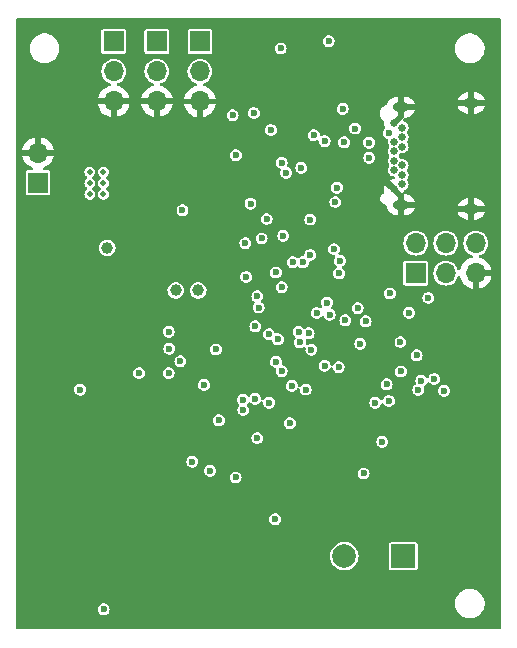
<source format=gbr>
%TF.GenerationSoftware,KiCad,Pcbnew,8.0.6*%
%TF.CreationDate,2024-12-10T11:27:28-08:00*%
%TF.ProjectId,Vanguard_new,56616e67-7561-4726-945f-6e65772e6b69,rev?*%
%TF.SameCoordinates,Original*%
%TF.FileFunction,Copper,L2,Inr*%
%TF.FilePolarity,Positive*%
%FSLAX46Y46*%
G04 Gerber Fmt 4.6, Leading zero omitted, Abs format (unit mm)*
G04 Created by KiCad (PCBNEW 8.0.6) date 2024-12-10 11:27:28*
%MOMM*%
%LPD*%
G01*
G04 APERTURE LIST*
%TA.AperFunction,ComponentPad*%
%ADD10R,1.700000X1.700000*%
%TD*%
%TA.AperFunction,ComponentPad*%
%ADD11O,1.700000X1.700000*%
%TD*%
%TA.AperFunction,HeatsinkPad*%
%ADD12C,0.500000*%
%TD*%
%TA.AperFunction,ComponentPad*%
%ADD13R,2.000000X2.000000*%
%TD*%
%TA.AperFunction,ComponentPad*%
%ADD14C,2.000000*%
%TD*%
%TA.AperFunction,ComponentPad*%
%ADD15C,0.650000*%
%TD*%
%TA.AperFunction,ComponentPad*%
%ADD16O,1.400000X0.800000*%
%TD*%
%TA.AperFunction,ComponentPad*%
%ADD17C,1.000000*%
%TD*%
%TA.AperFunction,ViaPad*%
%ADD18C,0.600000*%
%TD*%
%TA.AperFunction,ViaPad*%
%ADD19C,1.000000*%
%TD*%
G04 APERTURE END LIST*
D10*
%TO.N,PORT_SERVO*%
%TO.C,J5*%
X105000000Y-86420000D03*
D11*
%TO.N,+5V*%
X105000000Y-88960000D03*
%TO.N,GND*%
X105000000Y-91500000D03*
%TD*%
D12*
%TO.N,BATT_IN*%
%TO.C,U8*%
X100475000Y-99355000D03*
X100475000Y-97475000D03*
X100474999Y-98415000D03*
X99325001Y-98415000D03*
X99325000Y-99355000D03*
X99325000Y-97475000D03*
%TD*%
D10*
%TO.N,STAR_SERVO*%
%TO.C,J4*%
X101350000Y-86420000D03*
D11*
%TO.N,+5V*%
X101350000Y-88960000D03*
%TO.N,GND*%
X101350000Y-91500000D03*
%TD*%
D13*
%TO.N,+5V*%
%TO.C,BZ1*%
X125870785Y-130000000D03*
D14*
%TO.N,Net-(BZ1--)*%
X120870785Y-130000000D03*
%TD*%
D15*
%TO.N,GND*%
%TO.C,J1*%
X125082785Y-93320551D03*
%TO.N,N/C*%
X125782785Y-93720551D03*
X125782785Y-94520551D03*
%TO.N,Net-(J1-VBUS-PadA4)*%
X125082785Y-94920551D03*
%TO.N,Net-(J1-CC2)*%
X125782785Y-95320551D03*
%TO.N,Net-(D1-I{slash}O1)*%
X125082785Y-95720551D03*
%TO.N,Net-(D1-I{slash}O2)*%
X125082785Y-96520551D03*
%TO.N,unconnected-(J1-SBU2-PadB8)*%
X125782785Y-96920551D03*
%TO.N,Net-(J1-VBUS-PadA4)*%
X125082785Y-97320551D03*
%TO.N,N/C*%
X125782785Y-97720551D03*
X125782785Y-98520551D03*
%TO.N,GND*%
X125082785Y-98920551D03*
D16*
X131632785Y-100610551D03*
X125682785Y-100250551D03*
X125682785Y-91990551D03*
X131632785Y-91630551D03*
%TD*%
D17*
%TO.N,Net-(U6-XOUT32{slash}CLKSEL1)*%
%TO.C,Y1*%
X108500000Y-107500000D03*
%TO.N,Net-(U6-XIN32)*%
X106600000Y-107500000D03*
%TD*%
D10*
%TO.N,EJEC_SERVO*%
%TO.C,J7*%
X108650000Y-86425000D03*
D11*
%TO.N,+5V*%
X108650000Y-88965000D03*
%TO.N,GND*%
X108650000Y-91505000D03*
%TD*%
D10*
%TO.N,BATT_IN*%
%TO.C,J6*%
X94940000Y-98370000D03*
D11*
%TO.N,GND*%
X94940000Y-95830000D03*
%TD*%
D10*
%TO.N,+3.3V*%
%TO.C,J2*%
X126920000Y-106040000D03*
D11*
%TO.N,Net-(J2-Pin_2)*%
X126920000Y-103500000D03*
%TO.N,Net-(J2-Pin_3)*%
X129460000Y-106040000D03*
%TO.N,UPDI*%
X129460000Y-103500000D03*
%TO.N,GND*%
X131999999Y-106040000D03*
%TO.N,Net-(J2-Pin_6)*%
X132000000Y-103500000D03*
%TD*%
D18*
%TO.N,Net-(ADR1-B)*%
X110000000Y-112500000D03*
X114500000Y-117000000D03*
%TO.N,GND*%
X97000000Y-101500000D03*
D19*
X110500000Y-91000000D03*
D18*
X131000000Y-124500000D03*
X121688001Y-92866731D03*
X102310000Y-121170000D03*
X110000000Y-116000000D03*
X101490000Y-96665000D03*
X109202941Y-114051471D03*
X131000000Y-109000000D03*
X122240000Y-89020000D03*
X120000000Y-119500000D03*
X131390000Y-111060000D03*
X116370000Y-107460000D03*
X113542499Y-127215000D03*
X122710000Y-89869999D03*
D19*
X106000000Y-94000000D03*
D18*
X103392892Y-100357108D03*
X113162499Y-122095000D03*
D19*
X102500000Y-94000000D03*
D18*
X119500000Y-122500000D03*
X94760000Y-104750000D03*
X118552785Y-96210551D03*
X109060000Y-106240000D03*
X111000000Y-133000000D03*
X98250000Y-96665000D03*
X118813342Y-112090188D03*
X122202785Y-92020551D03*
X124502415Y-106493668D03*
X97050000Y-96425000D03*
X96500000Y-125500000D03*
X128452785Y-90170551D03*
X116600000Y-123500000D03*
X105500000Y-98500000D03*
X113712499Y-128455000D03*
X121522161Y-96009927D03*
X110827501Y-120000000D03*
X96600000Y-109470000D03*
X109492499Y-123585000D03*
X109632499Y-125767500D03*
X102722785Y-134290551D03*
X113250000Y-117500000D03*
%TO.N,BATT_IN*%
X118000000Y-101500000D03*
X106000000Y-114500000D03*
X120123412Y-100020000D03*
%TO.N,Net-(U6-XIN32)*%
X113325735Y-116674265D03*
X106000000Y-111000000D03*
%TO.N,+3.3V*%
X117231316Y-97127905D03*
X117600868Y-115898172D03*
X112557215Y-106362785D03*
X115485208Y-87014625D03*
X107171766Y-100728235D03*
X120964265Y-110035735D03*
X111410000Y-92670000D03*
X112929986Y-100159985D03*
X109000000Y-115500000D03*
X115568241Y-96684748D03*
X125665735Y-114364407D03*
X120740000Y-92130000D03*
X115574265Y-107225735D03*
X122680000Y-110120000D03*
X115070000Y-105981473D03*
X113333949Y-110544627D03*
X111689542Y-96045548D03*
X107000000Y-113500000D03*
%TO.N,Net-(U6-CAP)*%
X112325000Y-117624998D03*
X110247500Y-118500000D03*
%TO.N,Net-(D1-I{slash}O1)*%
X122989772Y-96270552D03*
X113221669Y-92481669D03*
X121792785Y-93795156D03*
%TO.N,Net-(D1-I{slash}O2)*%
X114650000Y-93920000D03*
X120242785Y-98800551D03*
X120857224Y-94970505D03*
X124619728Y-94165336D03*
%TO.N,Net-(J2-Pin_3)*%
X118300121Y-94352469D03*
%TO.N,Net-(J2-Pin_2)*%
X115947058Y-97540703D03*
X119207327Y-94858519D03*
%TO.N,UPDI*%
X118090000Y-112520000D03*
X119550000Y-86400000D03*
%TO.N,CD*%
X122000000Y-109000000D03*
X127000000Y-113000000D03*
X128500000Y-115000000D03*
X100500000Y-134500000D03*
%TO.N,TX0*%
X118538659Y-109411341D03*
X114290000Y-101458530D03*
%TO.N,RX0*%
X127989876Y-108140001D03*
X127394265Y-115164265D03*
%TO.N,Net-(U9-EN)*%
X111662500Y-123337500D03*
X108000000Y-122000000D03*
%TO.N,Net-(U9-FB)*%
X115022499Y-126875000D03*
X109503990Y-122775383D03*
%TO.N,Net-(U6-ENV_SCL)*%
X113500000Y-120000000D03*
X116255025Y-118744975D03*
%TO.N,SDA*%
X125627132Y-111872875D03*
X119200000Y-113869425D03*
X113500000Y-108000000D03*
X120400000Y-114000000D03*
X115566677Y-114337373D03*
%TO.N,SCL*%
X113613984Y-108955434D03*
X115240000Y-111640000D03*
X117102238Y-111902322D03*
X116430356Y-115576189D03*
%TO.N,Net-(U6-~{BOOT})*%
X112276617Y-116764533D03*
X106063015Y-112436985D03*
%TO.N,EJEC_SERVO*%
X115100000Y-113550415D03*
%TO.N,PA1{slash}MOSI*%
X124640000Y-116860000D03*
X129320000Y-116000000D03*
%TO.N,D5*%
X118000000Y-104500000D03*
X120000000Y-104000000D03*
%TO.N,D6*%
X117371057Y-105128943D03*
X120500000Y-105000000D03*
%TO.N,BUZZER*%
X122500000Y-123000000D03*
X124724296Y-107758655D03*
%TO.N,PA0{slash}MISO*%
X124090000Y-120320000D03*
X123500000Y-117000000D03*
%TO.N,D4*%
X116496793Y-105103207D03*
X103500000Y-114500000D03*
X120438792Y-106061208D03*
X98500000Y-115900000D03*
%TO.N,HOLD*%
X127140000Y-115930000D03*
X122229265Y-112019265D03*
%TO.N,PORT_SERVO*%
X119630000Y-109550000D03*
%TO.N,STAR_BLUE*%
X126367693Y-109398621D03*
X124460000Y-115460000D03*
%TO.N,STAR_SERVO*%
X114500000Y-111213325D03*
%TO.N,PORT_GREEN*%
X117861577Y-111138423D03*
X113863530Y-103100000D03*
%TO.N,PORT_RED*%
X115705735Y-102874265D03*
X119401471Y-108540000D03*
%TO.N,PORT_BLUE*%
X117000000Y-111000000D03*
X112500000Y-103500000D03*
D19*
%TO.N,+5V*%
X100800000Y-103900000D03*
D18*
%TO.N,Net-(J1-VBUS-PadA4)*%
X122976469Y-94995157D03*
%TD*%
%TA.AperFunction,Conductor*%
%TO.N,GND*%
G36*
X125932785Y-92814714D02*
G01*
X125913100Y-92881753D01*
X125860296Y-92927508D01*
X125823930Y-92932957D01*
X125427213Y-93329674D01*
X125415028Y-93340362D01*
X125407994Y-93345760D01*
X125402596Y-93352794D01*
X125391908Y-93364979D01*
X125170465Y-93586422D01*
X125109142Y-93619907D01*
X125039450Y-93614923D01*
X124995103Y-93586422D01*
X124816913Y-93408232D01*
X124783428Y-93346909D01*
X124788158Y-93280769D01*
X124882785Y-93280769D01*
X124882785Y-93360333D01*
X124913233Y-93433842D01*
X124969494Y-93490103D01*
X125043003Y-93520551D01*
X125122567Y-93520551D01*
X125196076Y-93490103D01*
X125252337Y-93433842D01*
X125282785Y-93360333D01*
X125282785Y-93280769D01*
X125252337Y-93207260D01*
X125196076Y-93150999D01*
X125122567Y-93120551D01*
X125043003Y-93120551D01*
X124969494Y-93150999D01*
X124913233Y-93207260D01*
X124882785Y-93280769D01*
X124788158Y-93280769D01*
X124788412Y-93277217D01*
X124816913Y-93232870D01*
X125432784Y-92616998D01*
X125432785Y-92616997D01*
X125432785Y-92240551D01*
X125932785Y-92240551D01*
X125932785Y-92814714D01*
G37*
%TD.AperFunction*%
%TA.AperFunction,Conductor*%
G36*
X134095324Y-84490736D02*
G01*
X134141079Y-84543540D01*
X134152285Y-84595051D01*
X134152285Y-136046051D01*
X134132600Y-136113090D01*
X134079796Y-136158845D01*
X134028285Y-136170051D01*
X93187285Y-136170051D01*
X93120246Y-136150366D01*
X93074491Y-136097562D01*
X93063285Y-136046051D01*
X93063285Y-134500000D01*
X99994353Y-134500000D01*
X100014834Y-134642456D01*
X100020748Y-134655405D01*
X100074623Y-134773373D01*
X100168872Y-134882143D01*
X100289947Y-134959953D01*
X100289950Y-134959954D01*
X100289949Y-134959954D01*
X100428036Y-135000499D01*
X100428038Y-135000500D01*
X100428039Y-135000500D01*
X100571962Y-135000500D01*
X100571962Y-135000499D01*
X100710053Y-134959953D01*
X100831128Y-134882143D01*
X100925377Y-134773373D01*
X100985165Y-134642457D01*
X101005647Y-134500000D01*
X100985165Y-134357543D01*
X100925377Y-134226627D01*
X100831128Y-134117857D01*
X100710053Y-134040047D01*
X100710051Y-134040046D01*
X100710049Y-134040045D01*
X100710050Y-134040045D01*
X100571963Y-133999500D01*
X100571961Y-133999500D01*
X100428039Y-133999500D01*
X100428036Y-133999500D01*
X100289949Y-134040045D01*
X100168873Y-134117856D01*
X100074623Y-134226626D01*
X100074622Y-134226628D01*
X100014834Y-134357543D01*
X99994353Y-134500000D01*
X93063285Y-134500000D01*
X93063285Y-133901577D01*
X130249500Y-133901577D01*
X130249500Y-134098422D01*
X130280290Y-134292826D01*
X130341117Y-134480029D01*
X130423878Y-134642456D01*
X130430476Y-134655405D01*
X130546172Y-134814646D01*
X130685354Y-134953828D01*
X130844595Y-135069524D01*
X130927455Y-135111743D01*
X131019970Y-135158882D01*
X131019972Y-135158882D01*
X131019975Y-135158884D01*
X131120317Y-135191487D01*
X131207173Y-135219709D01*
X131401578Y-135250500D01*
X131401583Y-135250500D01*
X131598422Y-135250500D01*
X131792826Y-135219709D01*
X131980025Y-135158884D01*
X132155405Y-135069524D01*
X132314646Y-134953828D01*
X132453828Y-134814646D01*
X132569524Y-134655405D01*
X132658884Y-134480025D01*
X132719709Y-134292826D01*
X132730194Y-134226626D01*
X132750500Y-134098422D01*
X132750500Y-133901577D01*
X132719709Y-133707173D01*
X132658882Y-133519970D01*
X132569523Y-133344594D01*
X132453828Y-133185354D01*
X132314646Y-133046172D01*
X132155405Y-132930476D01*
X131980029Y-132841117D01*
X131792826Y-132780290D01*
X131598422Y-132749500D01*
X131598417Y-132749500D01*
X131401583Y-132749500D01*
X131401578Y-132749500D01*
X131207173Y-132780290D01*
X131019970Y-132841117D01*
X130844594Y-132930476D01*
X130753741Y-132996485D01*
X130685354Y-133046172D01*
X130685352Y-133046174D01*
X130685351Y-133046174D01*
X130546174Y-133185351D01*
X130546174Y-133185352D01*
X130546172Y-133185354D01*
X130496485Y-133253741D01*
X130430476Y-133344594D01*
X130341117Y-133519970D01*
X130280290Y-133707173D01*
X130249500Y-133901577D01*
X93063285Y-133901577D01*
X93063285Y-129999999D01*
X119665142Y-129999999D01*
X119665142Y-130000000D01*
X119685669Y-130221535D01*
X119685670Y-130221537D01*
X119746554Y-130435523D01*
X119746560Y-130435538D01*
X119845723Y-130634683D01*
X119845728Y-130634691D01*
X119979805Y-130812238D01*
X120144222Y-130962123D01*
X120144224Y-130962125D01*
X120333380Y-131079245D01*
X120333381Y-131079245D01*
X120333384Y-131079247D01*
X120540845Y-131159618D01*
X120759542Y-131200500D01*
X120759544Y-131200500D01*
X120982026Y-131200500D01*
X120982028Y-131200500D01*
X121200725Y-131159618D01*
X121408186Y-131079247D01*
X121597347Y-130962124D01*
X121761766Y-130812236D01*
X121895843Y-130634689D01*
X121995014Y-130435528D01*
X122055900Y-130221536D01*
X122076428Y-130000000D01*
X122055900Y-129778464D01*
X121995014Y-129564472D01*
X121995009Y-129564461D01*
X121895846Y-129365316D01*
X121895841Y-129365308D01*
X121761764Y-129187761D01*
X121597347Y-129037876D01*
X121597345Y-129037874D01*
X121504274Y-128980247D01*
X124670285Y-128980247D01*
X124670285Y-131019752D01*
X124681916Y-131078229D01*
X124681917Y-131078230D01*
X124726232Y-131144552D01*
X124792554Y-131188867D01*
X124792555Y-131188868D01*
X124851032Y-131200499D01*
X124851035Y-131200500D01*
X124851037Y-131200500D01*
X126890535Y-131200500D01*
X126890536Y-131200499D01*
X126905353Y-131197552D01*
X126949014Y-131188868D01*
X126949014Y-131188867D01*
X126949016Y-131188867D01*
X127015337Y-131144552D01*
X127059652Y-131078231D01*
X127059652Y-131078229D01*
X127059653Y-131078229D01*
X127071284Y-131019752D01*
X127071285Y-131019750D01*
X127071285Y-128980249D01*
X127071284Y-128980247D01*
X127059653Y-128921770D01*
X127059652Y-128921769D01*
X127015337Y-128855447D01*
X126949015Y-128811132D01*
X126949014Y-128811131D01*
X126890537Y-128799500D01*
X126890533Y-128799500D01*
X124851037Y-128799500D01*
X124851032Y-128799500D01*
X124792555Y-128811131D01*
X124792554Y-128811132D01*
X124726232Y-128855447D01*
X124681917Y-128921769D01*
X124681916Y-128921770D01*
X124670285Y-128980247D01*
X121504274Y-128980247D01*
X121408189Y-128920754D01*
X121408183Y-128920752D01*
X121200725Y-128840382D01*
X120982028Y-128799500D01*
X120759542Y-128799500D01*
X120540845Y-128840382D01*
X120409649Y-128891207D01*
X120333386Y-128920752D01*
X120333380Y-128920754D01*
X120144224Y-129037874D01*
X120144222Y-129037876D01*
X119979805Y-129187761D01*
X119845728Y-129365308D01*
X119845723Y-129365316D01*
X119746560Y-129564461D01*
X119746554Y-129564476D01*
X119685670Y-129778462D01*
X119685669Y-129778464D01*
X119665142Y-129999999D01*
X93063285Y-129999999D01*
X93063285Y-126875000D01*
X114516852Y-126875000D01*
X114537333Y-127017456D01*
X114597121Y-127148371D01*
X114597122Y-127148373D01*
X114691371Y-127257143D01*
X114812446Y-127334953D01*
X114812449Y-127334954D01*
X114812448Y-127334954D01*
X114950535Y-127375499D01*
X114950537Y-127375500D01*
X114950538Y-127375500D01*
X115094461Y-127375500D01*
X115094461Y-127375499D01*
X115232552Y-127334953D01*
X115353627Y-127257143D01*
X115447876Y-127148373D01*
X115507664Y-127017457D01*
X115528146Y-126875000D01*
X115507664Y-126732543D01*
X115447876Y-126601627D01*
X115353627Y-126492857D01*
X115232552Y-126415047D01*
X115232550Y-126415046D01*
X115232548Y-126415045D01*
X115232549Y-126415045D01*
X115094462Y-126374500D01*
X115094460Y-126374500D01*
X114950538Y-126374500D01*
X114950535Y-126374500D01*
X114812448Y-126415045D01*
X114691372Y-126492856D01*
X114597122Y-126601626D01*
X114597121Y-126601628D01*
X114537333Y-126732543D01*
X114516852Y-126875000D01*
X93063285Y-126875000D01*
X93063285Y-123337500D01*
X111156853Y-123337500D01*
X111177334Y-123479956D01*
X111237122Y-123610871D01*
X111237123Y-123610873D01*
X111331372Y-123719643D01*
X111452447Y-123797453D01*
X111452450Y-123797454D01*
X111452449Y-123797454D01*
X111590536Y-123837999D01*
X111590538Y-123838000D01*
X111590539Y-123838000D01*
X111734462Y-123838000D01*
X111734462Y-123837999D01*
X111872553Y-123797453D01*
X111993628Y-123719643D01*
X112087877Y-123610873D01*
X112147665Y-123479957D01*
X112168147Y-123337500D01*
X112147665Y-123195043D01*
X112087877Y-123064127D01*
X112032311Y-123000000D01*
X121994353Y-123000000D01*
X122014834Y-123142456D01*
X122038850Y-123195043D01*
X122074623Y-123273373D01*
X122168872Y-123382143D01*
X122289947Y-123459953D01*
X122289950Y-123459954D01*
X122289949Y-123459954D01*
X122428036Y-123500499D01*
X122428038Y-123500500D01*
X122428039Y-123500500D01*
X122571962Y-123500500D01*
X122571962Y-123500499D01*
X122710053Y-123459953D01*
X122831128Y-123382143D01*
X122925377Y-123273373D01*
X122985165Y-123142457D01*
X123005647Y-123000000D01*
X122985165Y-122857543D01*
X122925377Y-122726627D01*
X122831128Y-122617857D01*
X122710053Y-122540047D01*
X122710051Y-122540046D01*
X122710049Y-122540045D01*
X122710050Y-122540045D01*
X122571963Y-122499500D01*
X122571961Y-122499500D01*
X122428039Y-122499500D01*
X122428036Y-122499500D01*
X122289949Y-122540045D01*
X122168873Y-122617856D01*
X122074623Y-122726626D01*
X122074622Y-122726628D01*
X122014834Y-122857543D01*
X121994353Y-123000000D01*
X112032311Y-123000000D01*
X111993628Y-122955357D01*
X111872553Y-122877547D01*
X111872551Y-122877546D01*
X111872549Y-122877545D01*
X111872550Y-122877545D01*
X111734463Y-122837000D01*
X111734461Y-122837000D01*
X111590539Y-122837000D01*
X111590536Y-122837000D01*
X111452449Y-122877545D01*
X111331373Y-122955356D01*
X111237123Y-123064126D01*
X111237122Y-123064128D01*
X111177334Y-123195043D01*
X111156853Y-123337500D01*
X93063285Y-123337500D01*
X93063285Y-122775383D01*
X108998343Y-122775383D01*
X109018824Y-122917839D01*
X109078612Y-123048754D01*
X109078613Y-123048756D01*
X109172862Y-123157526D01*
X109293937Y-123235336D01*
X109293940Y-123235337D01*
X109293939Y-123235337D01*
X109432026Y-123275882D01*
X109432028Y-123275883D01*
X109432029Y-123275883D01*
X109575952Y-123275883D01*
X109575952Y-123275882D01*
X109714043Y-123235336D01*
X109835118Y-123157526D01*
X109929367Y-123048756D01*
X109989155Y-122917840D01*
X110009637Y-122775383D01*
X109989155Y-122632926D01*
X109929367Y-122502010D01*
X109835118Y-122393240D01*
X109714043Y-122315430D01*
X109714041Y-122315429D01*
X109714039Y-122315428D01*
X109714040Y-122315428D01*
X109575953Y-122274883D01*
X109575951Y-122274883D01*
X109432029Y-122274883D01*
X109432026Y-122274883D01*
X109293939Y-122315428D01*
X109172863Y-122393239D01*
X109078613Y-122502009D01*
X109078612Y-122502011D01*
X109018824Y-122632926D01*
X108998343Y-122775383D01*
X93063285Y-122775383D01*
X93063285Y-122000000D01*
X107494353Y-122000000D01*
X107514834Y-122142456D01*
X107574622Y-122273371D01*
X107574623Y-122273373D01*
X107668872Y-122382143D01*
X107789947Y-122459953D01*
X107789950Y-122459954D01*
X107789949Y-122459954D01*
X107897107Y-122491417D01*
X107924633Y-122499500D01*
X107928036Y-122500499D01*
X107928038Y-122500500D01*
X107928039Y-122500500D01*
X108071962Y-122500500D01*
X108071962Y-122500499D01*
X108210053Y-122459953D01*
X108331128Y-122382143D01*
X108425377Y-122273373D01*
X108485165Y-122142457D01*
X108505647Y-122000000D01*
X108485165Y-121857543D01*
X108425377Y-121726627D01*
X108331128Y-121617857D01*
X108210053Y-121540047D01*
X108210051Y-121540046D01*
X108210049Y-121540045D01*
X108210050Y-121540045D01*
X108071963Y-121499500D01*
X108071961Y-121499500D01*
X107928039Y-121499500D01*
X107928036Y-121499500D01*
X107789949Y-121540045D01*
X107668873Y-121617856D01*
X107574623Y-121726626D01*
X107574622Y-121726628D01*
X107514834Y-121857543D01*
X107494353Y-122000000D01*
X93063285Y-122000000D01*
X93063285Y-120000000D01*
X112994353Y-120000000D01*
X113014834Y-120142456D01*
X113030858Y-120177543D01*
X113074623Y-120273373D01*
X113168872Y-120382143D01*
X113289947Y-120459953D01*
X113289950Y-120459954D01*
X113289949Y-120459954D01*
X113428036Y-120500499D01*
X113428038Y-120500500D01*
X113428039Y-120500500D01*
X113571962Y-120500500D01*
X113571962Y-120500499D01*
X113701525Y-120462457D01*
X113710050Y-120459954D01*
X113710050Y-120459953D01*
X113710053Y-120459953D01*
X113831128Y-120382143D01*
X113884975Y-120320000D01*
X123584353Y-120320000D01*
X123604834Y-120462456D01*
X123664622Y-120593371D01*
X123664623Y-120593373D01*
X123758872Y-120702143D01*
X123879947Y-120779953D01*
X123879950Y-120779954D01*
X123879949Y-120779954D01*
X124018036Y-120820499D01*
X124018038Y-120820500D01*
X124018039Y-120820500D01*
X124161962Y-120820500D01*
X124161962Y-120820499D01*
X124300053Y-120779953D01*
X124421128Y-120702143D01*
X124515377Y-120593373D01*
X124575165Y-120462457D01*
X124595647Y-120320000D01*
X124575165Y-120177543D01*
X124515377Y-120046627D01*
X124421128Y-119937857D01*
X124300053Y-119860047D01*
X124300051Y-119860046D01*
X124300049Y-119860045D01*
X124300050Y-119860045D01*
X124161963Y-119819500D01*
X124161961Y-119819500D01*
X124018039Y-119819500D01*
X124018036Y-119819500D01*
X123879949Y-119860045D01*
X123758873Y-119937856D01*
X123664623Y-120046626D01*
X123664622Y-120046628D01*
X123604834Y-120177543D01*
X123584353Y-120320000D01*
X113884975Y-120320000D01*
X113925377Y-120273373D01*
X113985165Y-120142457D01*
X114005647Y-120000000D01*
X113985165Y-119857543D01*
X113925377Y-119726627D01*
X113831128Y-119617857D01*
X113710053Y-119540047D01*
X113710051Y-119540046D01*
X113710049Y-119540045D01*
X113710050Y-119540045D01*
X113571963Y-119499500D01*
X113571961Y-119499500D01*
X113428039Y-119499500D01*
X113428036Y-119499500D01*
X113289949Y-119540045D01*
X113168873Y-119617856D01*
X113074623Y-119726626D01*
X113074622Y-119726628D01*
X113014834Y-119857543D01*
X112994353Y-120000000D01*
X93063285Y-120000000D01*
X93063285Y-118500000D01*
X109741853Y-118500000D01*
X109762334Y-118642456D01*
X109809154Y-118744975D01*
X109822123Y-118773373D01*
X109916372Y-118882143D01*
X110037447Y-118959953D01*
X110037450Y-118959954D01*
X110037449Y-118959954D01*
X110175536Y-119000499D01*
X110175538Y-119000500D01*
X110175539Y-119000500D01*
X110319462Y-119000500D01*
X110319462Y-119000499D01*
X110457553Y-118959953D01*
X110578628Y-118882143D01*
X110672877Y-118773373D01*
X110685846Y-118744975D01*
X115749378Y-118744975D01*
X115769859Y-118887431D01*
X115821497Y-119000500D01*
X115829648Y-119018348D01*
X115923897Y-119127118D01*
X116044972Y-119204928D01*
X116044975Y-119204929D01*
X116044974Y-119204929D01*
X116183061Y-119245474D01*
X116183063Y-119245475D01*
X116183064Y-119245475D01*
X116326987Y-119245475D01*
X116326987Y-119245474D01*
X116465078Y-119204928D01*
X116586153Y-119127118D01*
X116680402Y-119018348D01*
X116740190Y-118887432D01*
X116760672Y-118744975D01*
X116740190Y-118602518D01*
X116680402Y-118471602D01*
X116586153Y-118362832D01*
X116465078Y-118285022D01*
X116465076Y-118285021D01*
X116465074Y-118285020D01*
X116465075Y-118285020D01*
X116326988Y-118244475D01*
X116326986Y-118244475D01*
X116183064Y-118244475D01*
X116183061Y-118244475D01*
X116044974Y-118285020D01*
X115923898Y-118362831D01*
X115829648Y-118471601D01*
X115829647Y-118471603D01*
X115769859Y-118602518D01*
X115749378Y-118744975D01*
X110685846Y-118744975D01*
X110732665Y-118642457D01*
X110753147Y-118500000D01*
X110732665Y-118357543D01*
X110672877Y-118226627D01*
X110578628Y-118117857D01*
X110457553Y-118040047D01*
X110457551Y-118040046D01*
X110457549Y-118040045D01*
X110457550Y-118040045D01*
X110319463Y-117999500D01*
X110319461Y-117999500D01*
X110175539Y-117999500D01*
X110175536Y-117999500D01*
X110037449Y-118040045D01*
X109916373Y-118117856D01*
X109822123Y-118226626D01*
X109822122Y-118226628D01*
X109762334Y-118357543D01*
X109741853Y-118500000D01*
X93063285Y-118500000D01*
X93063285Y-116764533D01*
X111770970Y-116764533D01*
X111791451Y-116906989D01*
X111835050Y-117002456D01*
X111851240Y-117037906D01*
X111940989Y-117141483D01*
X111970013Y-117205036D01*
X111960069Y-117274194D01*
X111940989Y-117303884D01*
X111899625Y-117351621D01*
X111899622Y-117351626D01*
X111839834Y-117482541D01*
X111819353Y-117624998D01*
X111839834Y-117767454D01*
X111899622Y-117898369D01*
X111899623Y-117898371D01*
X111993872Y-118007141D01*
X112114947Y-118084951D01*
X112114950Y-118084952D01*
X112114949Y-118084952D01*
X112222107Y-118116415D01*
X112227012Y-118117856D01*
X112253036Y-118125497D01*
X112253038Y-118125498D01*
X112253039Y-118125498D01*
X112396962Y-118125498D01*
X112396962Y-118125497D01*
X112535053Y-118084951D01*
X112656128Y-118007141D01*
X112750377Y-117898371D01*
X112810165Y-117767455D01*
X112830647Y-117624998D01*
X112810165Y-117482541D01*
X112750377Y-117351625D01*
X112660627Y-117248047D01*
X112631603Y-117184493D01*
X112641547Y-117115334D01*
X112660623Y-117085650D01*
X112701994Y-117037906D01*
X112717301Y-117004388D01*
X112763054Y-116951587D01*
X112830093Y-116931902D01*
X112897133Y-116951586D01*
X112923807Y-116974700D01*
X112947858Y-117002457D01*
X112994607Y-117056408D01*
X113115682Y-117134218D01*
X113115685Y-117134219D01*
X113115684Y-117134219D01*
X113253771Y-117174764D01*
X113253773Y-117174765D01*
X113253774Y-117174765D01*
X113397697Y-117174765D01*
X113397697Y-117174764D01*
X113511056Y-117141480D01*
X113535785Y-117134219D01*
X113535785Y-117134218D01*
X113535788Y-117134218D01*
X113656863Y-117056408D01*
X113751112Y-116947638D01*
X113758840Y-116930717D01*
X113804590Y-116877917D01*
X113871629Y-116858231D01*
X113938669Y-116877914D01*
X113984425Y-116930717D01*
X113993114Y-116991131D01*
X113994353Y-116991131D01*
X113994353Y-116999744D01*
X113994371Y-116999870D01*
X113994353Y-116999995D01*
X113994353Y-116999999D01*
X114014834Y-117142456D01*
X114060686Y-117242855D01*
X114074623Y-117273373D01*
X114168872Y-117382143D01*
X114289947Y-117459953D01*
X114289950Y-117459954D01*
X114289949Y-117459954D01*
X114428036Y-117500499D01*
X114428038Y-117500500D01*
X114428039Y-117500500D01*
X114571962Y-117500500D01*
X114571962Y-117500499D01*
X114710053Y-117459953D01*
X114831128Y-117382143D01*
X114925377Y-117273373D01*
X114985165Y-117142457D01*
X115005647Y-117000000D01*
X122994353Y-117000000D01*
X123014834Y-117142456D01*
X123060686Y-117242855D01*
X123074623Y-117273373D01*
X123168872Y-117382143D01*
X123289947Y-117459953D01*
X123289950Y-117459954D01*
X123289949Y-117459954D01*
X123428036Y-117500499D01*
X123428038Y-117500500D01*
X123428039Y-117500500D01*
X123571962Y-117500500D01*
X123571962Y-117500499D01*
X123710053Y-117459953D01*
X123831128Y-117382143D01*
X123925377Y-117273373D01*
X123985165Y-117142457D01*
X123985165Y-117142456D01*
X123988849Y-117134390D01*
X123992081Y-117135866D01*
X124020637Y-117091372D01*
X124084175Y-117062308D01*
X124153340Y-117072209D01*
X124206172Y-117117932D01*
X124214529Y-117133227D01*
X124214622Y-117133371D01*
X124214623Y-117133373D01*
X124308872Y-117242143D01*
X124429947Y-117319953D01*
X124429950Y-117319954D01*
X124429949Y-117319954D01*
X124568036Y-117360499D01*
X124568038Y-117360500D01*
X124568039Y-117360500D01*
X124711962Y-117360500D01*
X124711962Y-117360499D01*
X124850053Y-117319953D01*
X124971128Y-117242143D01*
X125065377Y-117133373D01*
X125125165Y-117002457D01*
X125145647Y-116860000D01*
X125125165Y-116717543D01*
X125065377Y-116586627D01*
X124971128Y-116477857D01*
X124850053Y-116400047D01*
X124850051Y-116400046D01*
X124850049Y-116400045D01*
X124850050Y-116400045D01*
X124711963Y-116359500D01*
X124711961Y-116359500D01*
X124568039Y-116359500D01*
X124568036Y-116359500D01*
X124429949Y-116400045D01*
X124308873Y-116477856D01*
X124214623Y-116586626D01*
X124214622Y-116586628D01*
X124151151Y-116725610D01*
X124147940Y-116724143D01*
X124119233Y-116768739D01*
X124055655Y-116797715D01*
X123986504Y-116787719D01*
X123933735Y-116741924D01*
X123925467Y-116726767D01*
X123925376Y-116726626D01*
X123924496Y-116725610D01*
X123831128Y-116617857D01*
X123710053Y-116540047D01*
X123710051Y-116540046D01*
X123710049Y-116540045D01*
X123710050Y-116540045D01*
X123571963Y-116499500D01*
X123571961Y-116499500D01*
X123428039Y-116499500D01*
X123428036Y-116499500D01*
X123289949Y-116540045D01*
X123168873Y-116617856D01*
X123074623Y-116726626D01*
X123074622Y-116726628D01*
X123014834Y-116857543D01*
X122994353Y-117000000D01*
X115005647Y-117000000D01*
X114985165Y-116857543D01*
X114925377Y-116726627D01*
X114831128Y-116617857D01*
X114710053Y-116540047D01*
X114710051Y-116540046D01*
X114710049Y-116540045D01*
X114710050Y-116540045D01*
X114571963Y-116499500D01*
X114571961Y-116499500D01*
X114428039Y-116499500D01*
X114428036Y-116499500D01*
X114289949Y-116540045D01*
X114168873Y-116617856D01*
X114074623Y-116726626D01*
X114074621Y-116726630D01*
X114066895Y-116743547D01*
X114021139Y-116796350D01*
X113954099Y-116816033D01*
X113887060Y-116796347D01*
X113841306Y-116743542D01*
X113832623Y-116683134D01*
X113831382Y-116683134D01*
X113831382Y-116674501D01*
X113831365Y-116674383D01*
X113831382Y-116674265D01*
X113810900Y-116531808D01*
X113751112Y-116400892D01*
X113656863Y-116292122D01*
X113535788Y-116214312D01*
X113535786Y-116214311D01*
X113535784Y-116214310D01*
X113535785Y-116214310D01*
X113397698Y-116173765D01*
X113397696Y-116173765D01*
X113253774Y-116173765D01*
X113253771Y-116173765D01*
X113115684Y-116214310D01*
X112994608Y-116292121D01*
X112900358Y-116400891D01*
X112900356Y-116400895D01*
X112885050Y-116434409D01*
X112839294Y-116487212D01*
X112772254Y-116506895D01*
X112705215Y-116487209D01*
X112678544Y-116464097D01*
X112607746Y-116382391D01*
X112607745Y-116382390D01*
X112486670Y-116304580D01*
X112486668Y-116304579D01*
X112486666Y-116304578D01*
X112486667Y-116304578D01*
X112348580Y-116264033D01*
X112348578Y-116264033D01*
X112204656Y-116264033D01*
X112204653Y-116264033D01*
X112066566Y-116304578D01*
X111945490Y-116382389D01*
X111851240Y-116491159D01*
X111851239Y-116491161D01*
X111791451Y-116622076D01*
X111770970Y-116764533D01*
X93063285Y-116764533D01*
X93063285Y-115900000D01*
X97994353Y-115900000D01*
X98014834Y-116042456D01*
X98060504Y-116142457D01*
X98074623Y-116173373D01*
X98168872Y-116282143D01*
X98289947Y-116359953D01*
X98289950Y-116359954D01*
X98289949Y-116359954D01*
X98392119Y-116389953D01*
X98426496Y-116400047D01*
X98428036Y-116400499D01*
X98428038Y-116400500D01*
X98428039Y-116400500D01*
X98571962Y-116400500D01*
X98571962Y-116400499D01*
X98710053Y-116359953D01*
X98831128Y-116282143D01*
X98925377Y-116173373D01*
X98985165Y-116042457D01*
X99005647Y-115900000D01*
X98985165Y-115757543D01*
X98925377Y-115626627D01*
X98831128Y-115517857D01*
X98803342Y-115500000D01*
X108494353Y-115500000D01*
X108514834Y-115642456D01*
X108573619Y-115771175D01*
X108574623Y-115773373D01*
X108668872Y-115882143D01*
X108789947Y-115959953D01*
X108789950Y-115959954D01*
X108789949Y-115959954D01*
X108897107Y-115991417D01*
X108926336Y-116000000D01*
X108928036Y-116000499D01*
X108928038Y-116000500D01*
X108928039Y-116000500D01*
X109071962Y-116000500D01*
X109071962Y-116000499D01*
X109208190Y-115960500D01*
X109210050Y-115959954D01*
X109210050Y-115959953D01*
X109210053Y-115959953D01*
X109331128Y-115882143D01*
X109425377Y-115773373D01*
X109485165Y-115642457D01*
X109494693Y-115576189D01*
X115924709Y-115576189D01*
X115945190Y-115718645D01*
X115976656Y-115787545D01*
X116004979Y-115849562D01*
X116099228Y-115958332D01*
X116220303Y-116036142D01*
X116220306Y-116036143D01*
X116220305Y-116036143D01*
X116358392Y-116076688D01*
X116358394Y-116076689D01*
X116358395Y-116076689D01*
X116502318Y-116076689D01*
X116502318Y-116076688D01*
X116640409Y-116036142D01*
X116761484Y-115958332D01*
X116855733Y-115849562D01*
X116858427Y-115843662D01*
X116904181Y-115790860D01*
X116971221Y-115771175D01*
X117038260Y-115790859D01*
X117084015Y-115843663D01*
X117095221Y-115895175D01*
X117095221Y-115898171D01*
X117115702Y-116040628D01*
X117132171Y-116076689D01*
X117175491Y-116171545D01*
X117269740Y-116280315D01*
X117390815Y-116358125D01*
X117390818Y-116358126D01*
X117390817Y-116358126D01*
X117528904Y-116398671D01*
X117528906Y-116398672D01*
X117528907Y-116398672D01*
X117672830Y-116398672D01*
X117672830Y-116398671D01*
X117804692Y-116359954D01*
X117810918Y-116358126D01*
X117810918Y-116358125D01*
X117810921Y-116358125D01*
X117931996Y-116280315D01*
X118026245Y-116171545D01*
X118086033Y-116040629D01*
X118106515Y-115898172D01*
X118086033Y-115755715D01*
X118026245Y-115624799D01*
X117931996Y-115516029D01*
X117844813Y-115460000D01*
X123954353Y-115460000D01*
X123974834Y-115602456D01*
X123999573Y-115656626D01*
X124034623Y-115733373D01*
X124128872Y-115842143D01*
X124249947Y-115919953D01*
X124249950Y-115919954D01*
X124249949Y-115919954D01*
X124357107Y-115951417D01*
X124386179Y-115959954D01*
X124388036Y-115960499D01*
X124388038Y-115960500D01*
X124388039Y-115960500D01*
X124531962Y-115960500D01*
X124531962Y-115960499D01*
X124635835Y-115930000D01*
X126634353Y-115930000D01*
X126654834Y-116072456D01*
X126700087Y-116171545D01*
X126714623Y-116203373D01*
X126808872Y-116312143D01*
X126929947Y-116389953D01*
X126929950Y-116389954D01*
X126929949Y-116389954D01*
X127068036Y-116430499D01*
X127068038Y-116430500D01*
X127068039Y-116430500D01*
X127211962Y-116430500D01*
X127211962Y-116430499D01*
X127350053Y-116389953D01*
X127471128Y-116312143D01*
X127565377Y-116203373D01*
X127625165Y-116072457D01*
X127635583Y-116000000D01*
X128814353Y-116000000D01*
X128834834Y-116142456D01*
X128894622Y-116273371D01*
X128894623Y-116273373D01*
X128988872Y-116382143D01*
X129109947Y-116459953D01*
X129109950Y-116459954D01*
X129109949Y-116459954D01*
X129170923Y-116477857D01*
X129244633Y-116499500D01*
X129248036Y-116500499D01*
X129248038Y-116500500D01*
X129248039Y-116500500D01*
X129391962Y-116500500D01*
X129391962Y-116500499D01*
X129530053Y-116459953D01*
X129651128Y-116382143D01*
X129745377Y-116273373D01*
X129805165Y-116142457D01*
X129825647Y-116000000D01*
X129805165Y-115857543D01*
X129745377Y-115726627D01*
X129651128Y-115617857D01*
X129530053Y-115540047D01*
X129530051Y-115540046D01*
X129530049Y-115540045D01*
X129530050Y-115540045D01*
X129391963Y-115499500D01*
X129391961Y-115499500D01*
X129248039Y-115499500D01*
X129248036Y-115499500D01*
X129109949Y-115540045D01*
X128988873Y-115617856D01*
X128894623Y-115726626D01*
X128894622Y-115726628D01*
X128834834Y-115857543D01*
X128814353Y-116000000D01*
X127635583Y-116000000D01*
X127645647Y-115930000D01*
X127625165Y-115787543D01*
X127607404Y-115748653D01*
X127597461Y-115679499D01*
X127626485Y-115615943D01*
X127653158Y-115592830D01*
X127725393Y-115546408D01*
X127819642Y-115437638D01*
X127830088Y-115414766D01*
X127876619Y-115312877D01*
X127922374Y-115260073D01*
X127989413Y-115240388D01*
X128056452Y-115260073D01*
X128083125Y-115283185D01*
X128168872Y-115382143D01*
X128289947Y-115459953D01*
X128289950Y-115459954D01*
X128289949Y-115459954D01*
X128397107Y-115491417D01*
X128426336Y-115500000D01*
X128428036Y-115500499D01*
X128428038Y-115500500D01*
X128428039Y-115500500D01*
X128571962Y-115500500D01*
X128571962Y-115500499D01*
X128710053Y-115459953D01*
X128831128Y-115382143D01*
X128925377Y-115273373D01*
X128985165Y-115142457D01*
X129005647Y-115000000D01*
X128985165Y-114857543D01*
X128925377Y-114726627D01*
X128831128Y-114617857D01*
X128710053Y-114540047D01*
X128710051Y-114540046D01*
X128710049Y-114540045D01*
X128710050Y-114540045D01*
X128571963Y-114499500D01*
X128571961Y-114499500D01*
X128428039Y-114499500D01*
X128428036Y-114499500D01*
X128289949Y-114540045D01*
X128168873Y-114617856D01*
X128074623Y-114726626D01*
X128017645Y-114851389D01*
X127971889Y-114904192D01*
X127904850Y-114923876D01*
X127837811Y-114904191D01*
X127811138Y-114881078D01*
X127725394Y-114782123D01*
X127725393Y-114782122D01*
X127604318Y-114704312D01*
X127604316Y-114704311D01*
X127604314Y-114704310D01*
X127604315Y-114704310D01*
X127466228Y-114663765D01*
X127466226Y-114663765D01*
X127322304Y-114663765D01*
X127322301Y-114663765D01*
X127184214Y-114704310D01*
X127063138Y-114782121D01*
X126968888Y-114890891D01*
X126968887Y-114890893D01*
X126909099Y-115021808D01*
X126888618Y-115164265D01*
X126909099Y-115306721D01*
X126926859Y-115345608D01*
X126936803Y-115414766D01*
X126907778Y-115478322D01*
X126881105Y-115501435D01*
X126808874Y-115547855D01*
X126714623Y-115656626D01*
X126714622Y-115656628D01*
X126654834Y-115787543D01*
X126634353Y-115930000D01*
X124635835Y-115930000D01*
X124670053Y-115919953D01*
X124791128Y-115842143D01*
X124885377Y-115733373D01*
X124945165Y-115602457D01*
X124965647Y-115460000D01*
X124945165Y-115317543D01*
X124885377Y-115186627D01*
X124791128Y-115077857D01*
X124670053Y-115000047D01*
X124670051Y-115000046D01*
X124670049Y-115000045D01*
X124670050Y-115000045D01*
X124531963Y-114959500D01*
X124531961Y-114959500D01*
X124388039Y-114959500D01*
X124388036Y-114959500D01*
X124249949Y-115000045D01*
X124128873Y-115077856D01*
X124034623Y-115186626D01*
X124034622Y-115186628D01*
X123974834Y-115317543D01*
X123954353Y-115460000D01*
X117844813Y-115460000D01*
X117810921Y-115438219D01*
X117810919Y-115438218D01*
X117810917Y-115438217D01*
X117810918Y-115438217D01*
X117672831Y-115397672D01*
X117672829Y-115397672D01*
X117528907Y-115397672D01*
X117528904Y-115397672D01*
X117390817Y-115438217D01*
X117269741Y-115516028D01*
X117175491Y-115624798D01*
X117175489Y-115624802D01*
X117172796Y-115630699D01*
X117127040Y-115683502D01*
X117060000Y-115703185D01*
X116992961Y-115683499D01*
X116947207Y-115630694D01*
X116936003Y-115579185D01*
X116936003Y-115576189D01*
X116915521Y-115433732D01*
X116906859Y-115414766D01*
X116855733Y-115302816D01*
X116761484Y-115194046D01*
X116640409Y-115116236D01*
X116640407Y-115116235D01*
X116640405Y-115116234D01*
X116640406Y-115116234D01*
X116502319Y-115075689D01*
X116502317Y-115075689D01*
X116358395Y-115075689D01*
X116358392Y-115075689D01*
X116220305Y-115116234D01*
X116099229Y-115194045D01*
X116004979Y-115302815D01*
X116004978Y-115302817D01*
X115945190Y-115433732D01*
X115924709Y-115576189D01*
X109494693Y-115576189D01*
X109505647Y-115500000D01*
X109485165Y-115357543D01*
X109425377Y-115226627D01*
X109331128Y-115117857D01*
X109210053Y-115040047D01*
X109210051Y-115040046D01*
X109210049Y-115040045D01*
X109210050Y-115040045D01*
X109071963Y-114999500D01*
X109071961Y-114999500D01*
X108928039Y-114999500D01*
X108928036Y-114999500D01*
X108789949Y-115040045D01*
X108668873Y-115117856D01*
X108574623Y-115226626D01*
X108574622Y-115226628D01*
X108514834Y-115357543D01*
X108494353Y-115500000D01*
X98803342Y-115500000D01*
X98710053Y-115440047D01*
X98710051Y-115440046D01*
X98710049Y-115440045D01*
X98710050Y-115440045D01*
X98571963Y-115399500D01*
X98571961Y-115399500D01*
X98428039Y-115399500D01*
X98428036Y-115399500D01*
X98289949Y-115440045D01*
X98168873Y-115517856D01*
X98074623Y-115626626D01*
X98074622Y-115626628D01*
X98014834Y-115757543D01*
X97994353Y-115900000D01*
X93063285Y-115900000D01*
X93063285Y-114500000D01*
X102994353Y-114500000D01*
X103014834Y-114642456D01*
X103053275Y-114726628D01*
X103074623Y-114773373D01*
X103168872Y-114882143D01*
X103289947Y-114959953D01*
X103289950Y-114959954D01*
X103289949Y-114959954D01*
X103397107Y-114991417D01*
X103426496Y-115000047D01*
X103428036Y-115000499D01*
X103428038Y-115000500D01*
X103428039Y-115000500D01*
X103571962Y-115000500D01*
X103571962Y-115000499D01*
X103710053Y-114959953D01*
X103831128Y-114882143D01*
X103925377Y-114773373D01*
X103985165Y-114642457D01*
X104005647Y-114500000D01*
X105494353Y-114500000D01*
X105514834Y-114642456D01*
X105553275Y-114726628D01*
X105574623Y-114773373D01*
X105668872Y-114882143D01*
X105789947Y-114959953D01*
X105789950Y-114959954D01*
X105789949Y-114959954D01*
X105897107Y-114991417D01*
X105926496Y-115000047D01*
X105928036Y-115000499D01*
X105928038Y-115000500D01*
X105928039Y-115000500D01*
X106071962Y-115000500D01*
X106071962Y-115000499D01*
X106210053Y-114959953D01*
X106331128Y-114882143D01*
X106425377Y-114773373D01*
X106485165Y-114642457D01*
X106505647Y-114500000D01*
X106485165Y-114357543D01*
X106425377Y-114226627D01*
X106331128Y-114117857D01*
X106210053Y-114040047D01*
X106210051Y-114040046D01*
X106210049Y-114040045D01*
X106210050Y-114040045D01*
X106071963Y-113999500D01*
X106071961Y-113999500D01*
X105928039Y-113999500D01*
X105928036Y-113999500D01*
X105789949Y-114040045D01*
X105668873Y-114117856D01*
X105574623Y-114226626D01*
X105574622Y-114226628D01*
X105514834Y-114357543D01*
X105494353Y-114500000D01*
X104005647Y-114500000D01*
X103985165Y-114357543D01*
X103925377Y-114226627D01*
X103831128Y-114117857D01*
X103710053Y-114040047D01*
X103710051Y-114040046D01*
X103710049Y-114040045D01*
X103710050Y-114040045D01*
X103571963Y-113999500D01*
X103571961Y-113999500D01*
X103428039Y-113999500D01*
X103428036Y-113999500D01*
X103289949Y-114040045D01*
X103168873Y-114117856D01*
X103074623Y-114226626D01*
X103074622Y-114226628D01*
X103014834Y-114357543D01*
X102994353Y-114500000D01*
X93063285Y-114500000D01*
X93063285Y-113500000D01*
X106494353Y-113500000D01*
X106514834Y-113642456D01*
X106553275Y-113726628D01*
X106574623Y-113773373D01*
X106668872Y-113882143D01*
X106789947Y-113959953D01*
X106789950Y-113959954D01*
X106789949Y-113959954D01*
X106865932Y-113982264D01*
X106926336Y-114000000D01*
X106928036Y-114000499D01*
X106928038Y-114000500D01*
X106928039Y-114000500D01*
X107071962Y-114000500D01*
X107071962Y-114000499D01*
X107210053Y-113959953D01*
X107331128Y-113882143D01*
X107425377Y-113773373D01*
X107485165Y-113642457D01*
X107498398Y-113550415D01*
X114594353Y-113550415D01*
X114614834Y-113692871D01*
X114667480Y-113808148D01*
X114674623Y-113823788D01*
X114768872Y-113932558D01*
X114889947Y-114010368D01*
X114889950Y-114010369D01*
X114889949Y-114010369D01*
X114997216Y-114041865D01*
X115055994Y-114079639D01*
X115085020Y-114143194D01*
X115081956Y-114186020D01*
X115082774Y-114186138D01*
X115061030Y-114337373D01*
X115081511Y-114479829D01*
X115109012Y-114540047D01*
X115141300Y-114610746D01*
X115235549Y-114719516D01*
X115356624Y-114797326D01*
X115356627Y-114797327D01*
X115356626Y-114797327D01*
X115494713Y-114837872D01*
X115494715Y-114837873D01*
X115494716Y-114837873D01*
X115638639Y-114837873D01*
X115638639Y-114837872D01*
X115776730Y-114797326D01*
X115897805Y-114719516D01*
X115992054Y-114610746D01*
X116051842Y-114479830D01*
X116072324Y-114337373D01*
X116051842Y-114194916D01*
X115992054Y-114064000D01*
X115897805Y-113955230D01*
X115818793Y-113904452D01*
X115776728Y-113877418D01*
X115749505Y-113869425D01*
X118694353Y-113869425D01*
X118714834Y-114011881D01*
X118738637Y-114064001D01*
X118774623Y-114142798D01*
X118868872Y-114251568D01*
X118989947Y-114329378D01*
X118989950Y-114329379D01*
X118989949Y-114329379D01*
X119128036Y-114369924D01*
X119128038Y-114369925D01*
X119128039Y-114369925D01*
X119271962Y-114369925D01*
X119271962Y-114369924D01*
X119410053Y-114329378D01*
X119531128Y-114251568D01*
X119625377Y-114142798D01*
X119670131Y-114044800D01*
X119715885Y-113991997D01*
X119782925Y-113972312D01*
X119849964Y-113991996D01*
X119895719Y-114044800D01*
X119905663Y-114078665D01*
X119914834Y-114142456D01*
X119953275Y-114226628D01*
X119974623Y-114273373D01*
X120068872Y-114382143D01*
X120189947Y-114459953D01*
X120189950Y-114459954D01*
X120189949Y-114459954D01*
X120297107Y-114491417D01*
X120326336Y-114500000D01*
X120328036Y-114500499D01*
X120328038Y-114500500D01*
X120328039Y-114500500D01*
X120471962Y-114500500D01*
X120471962Y-114500499D01*
X120610053Y-114459953D01*
X120731128Y-114382143D01*
X120746496Y-114364407D01*
X125160088Y-114364407D01*
X125180569Y-114506863D01*
X125195723Y-114540045D01*
X125240358Y-114637780D01*
X125334607Y-114746550D01*
X125455682Y-114824360D01*
X125455685Y-114824361D01*
X125455684Y-114824361D01*
X125593771Y-114864906D01*
X125593773Y-114864907D01*
X125593774Y-114864907D01*
X125737697Y-114864907D01*
X125737697Y-114864906D01*
X125875788Y-114824360D01*
X125996863Y-114746550D01*
X126091112Y-114637780D01*
X126150900Y-114506864D01*
X126171382Y-114364407D01*
X126150900Y-114221950D01*
X126091112Y-114091034D01*
X125996863Y-113982264D01*
X125875788Y-113904454D01*
X125875786Y-113904453D01*
X125875784Y-113904452D01*
X125875785Y-113904452D01*
X125737698Y-113863907D01*
X125737696Y-113863907D01*
X125593774Y-113863907D01*
X125593771Y-113863907D01*
X125455684Y-113904452D01*
X125334608Y-113982263D01*
X125240358Y-114091033D01*
X125240357Y-114091035D01*
X125180569Y-114221950D01*
X125160088Y-114364407D01*
X120746496Y-114364407D01*
X120825377Y-114273373D01*
X120885165Y-114142457D01*
X120905647Y-114000000D01*
X120885165Y-113857543D01*
X120825377Y-113726627D01*
X120731128Y-113617857D01*
X120610053Y-113540047D01*
X120610051Y-113540046D01*
X120610049Y-113540045D01*
X120610050Y-113540045D01*
X120471963Y-113499500D01*
X120471961Y-113499500D01*
X120328039Y-113499500D01*
X120328036Y-113499500D01*
X120189949Y-113540045D01*
X120068873Y-113617856D01*
X119974623Y-113726626D01*
X119929868Y-113824625D01*
X119884112Y-113877428D01*
X119817073Y-113897112D01*
X119750034Y-113877427D01*
X119704279Y-113824622D01*
X119694337Y-113790761D01*
X119685165Y-113726968D01*
X119625377Y-113596052D01*
X119531128Y-113487282D01*
X119410053Y-113409472D01*
X119410051Y-113409471D01*
X119410049Y-113409470D01*
X119410050Y-113409470D01*
X119271963Y-113368925D01*
X119271961Y-113368925D01*
X119128039Y-113368925D01*
X119128036Y-113368925D01*
X118989949Y-113409470D01*
X118868873Y-113487281D01*
X118868872Y-113487281D01*
X118868872Y-113487282D01*
X118857419Y-113500500D01*
X118774623Y-113596051D01*
X118774622Y-113596053D01*
X118714834Y-113726968D01*
X118694353Y-113869425D01*
X115749505Y-113869425D01*
X115669459Y-113845922D01*
X115610681Y-113808148D01*
X115581656Y-113744592D01*
X115584722Y-113701767D01*
X115583903Y-113701650D01*
X115585364Y-113691487D01*
X115605647Y-113550415D01*
X115585165Y-113407958D01*
X115525377Y-113277042D01*
X115431128Y-113168272D01*
X115310053Y-113090462D01*
X115310051Y-113090461D01*
X115310049Y-113090460D01*
X115310050Y-113090460D01*
X115171963Y-113049915D01*
X115171961Y-113049915D01*
X115028039Y-113049915D01*
X115028036Y-113049915D01*
X114889949Y-113090460D01*
X114768873Y-113168271D01*
X114674623Y-113277041D01*
X114674622Y-113277043D01*
X114614834Y-113407958D01*
X114594353Y-113550415D01*
X107498398Y-113550415D01*
X107505647Y-113500000D01*
X107485165Y-113357543D01*
X107425377Y-113226627D01*
X107331128Y-113117857D01*
X107210053Y-113040047D01*
X107210051Y-113040046D01*
X107210049Y-113040045D01*
X107210050Y-113040045D01*
X107071963Y-112999500D01*
X107071961Y-112999500D01*
X106928039Y-112999500D01*
X106928036Y-112999500D01*
X106789949Y-113040045D01*
X106668873Y-113117856D01*
X106574623Y-113226626D01*
X106574622Y-113226628D01*
X106514834Y-113357543D01*
X106494353Y-113500000D01*
X93063285Y-113500000D01*
X93063285Y-112436985D01*
X105557368Y-112436985D01*
X105577849Y-112579441D01*
X105615762Y-112662457D01*
X105637638Y-112710358D01*
X105731887Y-112819128D01*
X105852962Y-112896938D01*
X105852965Y-112896939D01*
X105852964Y-112896939D01*
X105991051Y-112937484D01*
X105991053Y-112937485D01*
X105991054Y-112937485D01*
X106134977Y-112937485D01*
X106134977Y-112937484D01*
X106273068Y-112896938D01*
X106394143Y-112819128D01*
X106488392Y-112710358D01*
X106548180Y-112579442D01*
X106559602Y-112500000D01*
X109494353Y-112500000D01*
X109514834Y-112642456D01*
X109553275Y-112726628D01*
X109574623Y-112773373D01*
X109668872Y-112882143D01*
X109789947Y-112959953D01*
X109789950Y-112959954D01*
X109789949Y-112959954D01*
X109897107Y-112991417D01*
X109926336Y-113000000D01*
X109928036Y-113000499D01*
X109928038Y-113000500D01*
X109928039Y-113000500D01*
X110071962Y-113000500D01*
X110071962Y-113000499D01*
X110210053Y-112959953D01*
X110331128Y-112882143D01*
X110425377Y-112773373D01*
X110485165Y-112642457D01*
X110505647Y-112500000D01*
X110485165Y-112357543D01*
X110425377Y-112226627D01*
X110331128Y-112117857D01*
X110210053Y-112040047D01*
X110210051Y-112040046D01*
X110210049Y-112040045D01*
X110210050Y-112040045D01*
X110071963Y-111999500D01*
X110071961Y-111999500D01*
X109928039Y-111999500D01*
X109928036Y-111999500D01*
X109789949Y-112040045D01*
X109668873Y-112117856D01*
X109574623Y-112226626D01*
X109574622Y-112226628D01*
X109514834Y-112357543D01*
X109494353Y-112500000D01*
X106559602Y-112500000D01*
X106568662Y-112436985D01*
X106548180Y-112294528D01*
X106488392Y-112163612D01*
X106394143Y-112054842D01*
X106273068Y-111977032D01*
X106273066Y-111977031D01*
X106273064Y-111977030D01*
X106273065Y-111977030D01*
X106134978Y-111936485D01*
X106134976Y-111936485D01*
X105991054Y-111936485D01*
X105991051Y-111936485D01*
X105852964Y-111977030D01*
X105731888Y-112054841D01*
X105637638Y-112163611D01*
X105637637Y-112163613D01*
X105577849Y-112294528D01*
X105557368Y-112436985D01*
X93063285Y-112436985D01*
X93063285Y-111000000D01*
X105494353Y-111000000D01*
X105514834Y-111142456D01*
X105567537Y-111257857D01*
X105574623Y-111273373D01*
X105668872Y-111382143D01*
X105789947Y-111459953D01*
X105789950Y-111459954D01*
X105789949Y-111459954D01*
X105841339Y-111475043D01*
X105917968Y-111497543D01*
X105928036Y-111500499D01*
X105928038Y-111500500D01*
X105928039Y-111500500D01*
X106071962Y-111500500D01*
X106071962Y-111500499D01*
X106210053Y-111459953D01*
X106331128Y-111382143D01*
X106425377Y-111273373D01*
X106452800Y-111213325D01*
X113994353Y-111213325D01*
X114014834Y-111355781D01*
X114026874Y-111382144D01*
X114074623Y-111486698D01*
X114168872Y-111595468D01*
X114289947Y-111673278D01*
X114289950Y-111673279D01*
X114289949Y-111673279D01*
X114428036Y-111713824D01*
X114428038Y-111713825D01*
X114428039Y-111713825D01*
X114571961Y-111713825D01*
X114602790Y-111704773D01*
X114672660Y-111704773D01*
X114731438Y-111742547D01*
X114749290Y-111775239D01*
X114751151Y-111774390D01*
X114754834Y-111782456D01*
X114754835Y-111782457D01*
X114814623Y-111913373D01*
X114908872Y-112022143D01*
X115029947Y-112099953D01*
X115029950Y-112099954D01*
X115029949Y-112099954D01*
X115137107Y-112131417D01*
X115159034Y-112137856D01*
X115168036Y-112140499D01*
X115168038Y-112140500D01*
X115168039Y-112140500D01*
X115311962Y-112140500D01*
X115311962Y-112140499D01*
X115450053Y-112099953D01*
X115571128Y-112022143D01*
X115665377Y-111913373D01*
X115725165Y-111782457D01*
X115745647Y-111640000D01*
X115725165Y-111497543D01*
X115665377Y-111366627D01*
X115571128Y-111257857D01*
X115450053Y-111180047D01*
X115450051Y-111180046D01*
X115450049Y-111180045D01*
X115450050Y-111180045D01*
X115311963Y-111139500D01*
X115311961Y-111139500D01*
X115168039Y-111139500D01*
X115168035Y-111139500D01*
X115137205Y-111148552D01*
X115067336Y-111148550D01*
X115008559Y-111110774D01*
X114990711Y-111078084D01*
X114988849Y-111078935D01*
X114952801Y-111000000D01*
X116494353Y-111000000D01*
X116514834Y-111142456D01*
X116567537Y-111257857D01*
X116574623Y-111273373D01*
X116668872Y-111382143D01*
X116668874Y-111382144D01*
X116690981Y-111396352D01*
X116736736Y-111449156D01*
X116746679Y-111518315D01*
X116717655Y-111581868D01*
X116676863Y-111628944D01*
X116676860Y-111628950D01*
X116617072Y-111759865D01*
X116596591Y-111902322D01*
X116617072Y-112044778D01*
X116663412Y-112146246D01*
X116676861Y-112175695D01*
X116771110Y-112284465D01*
X116892185Y-112362275D01*
X116892188Y-112362276D01*
X116892187Y-112362276D01*
X116999345Y-112393739D01*
X117025461Y-112401408D01*
X117030274Y-112402821D01*
X117030276Y-112402822D01*
X117030277Y-112402822D01*
X117174200Y-112402822D01*
X117174200Y-112402821D01*
X117312288Y-112362276D01*
X117312289Y-112362276D01*
X117358112Y-112332828D01*
X117408617Y-112300369D01*
X117475657Y-112280685D01*
X117542696Y-112300369D01*
X117588451Y-112353173D01*
X117598395Y-112422331D01*
X117584353Y-112519999D01*
X117604834Y-112662456D01*
X117634141Y-112726628D01*
X117664623Y-112793373D01*
X117758872Y-112902143D01*
X117879947Y-112979953D01*
X117879950Y-112979954D01*
X117879949Y-112979954D01*
X118018036Y-113020499D01*
X118018038Y-113020500D01*
X118018039Y-113020500D01*
X118161962Y-113020500D01*
X118161962Y-113020499D01*
X118231777Y-113000000D01*
X126494353Y-113000000D01*
X126514834Y-113142456D01*
X126553275Y-113226628D01*
X126574623Y-113273373D01*
X126668872Y-113382143D01*
X126789947Y-113459953D01*
X126789950Y-113459954D01*
X126789949Y-113459954D01*
X126883019Y-113487281D01*
X126926336Y-113500000D01*
X126928036Y-113500499D01*
X126928038Y-113500500D01*
X126928039Y-113500500D01*
X127071962Y-113500500D01*
X127071962Y-113500499D01*
X127210053Y-113459953D01*
X127331128Y-113382143D01*
X127425377Y-113273373D01*
X127485165Y-113142457D01*
X127505647Y-113000000D01*
X127485165Y-112857543D01*
X127425377Y-112726627D01*
X127331128Y-112617857D01*
X127210053Y-112540047D01*
X127210051Y-112540046D01*
X127210049Y-112540045D01*
X127210050Y-112540045D01*
X127071963Y-112499500D01*
X127071961Y-112499500D01*
X126928039Y-112499500D01*
X126928036Y-112499500D01*
X126789949Y-112540045D01*
X126668873Y-112617856D01*
X126574623Y-112726626D01*
X126574622Y-112726628D01*
X126514834Y-112857543D01*
X126494353Y-113000000D01*
X118231777Y-113000000D01*
X118300053Y-112979953D01*
X118421128Y-112902143D01*
X118515377Y-112793373D01*
X118575165Y-112662457D01*
X118595647Y-112520000D01*
X118575165Y-112377543D01*
X118515377Y-112246627D01*
X118421128Y-112137857D01*
X118300053Y-112060047D01*
X118300051Y-112060046D01*
X118300049Y-112060045D01*
X118300050Y-112060045D01*
X118161963Y-112019500D01*
X118161961Y-112019500D01*
X118018039Y-112019500D01*
X118018036Y-112019500D01*
X117879949Y-112060045D01*
X117879946Y-112060046D01*
X117783618Y-112121952D01*
X117716579Y-112141636D01*
X117649539Y-112121951D01*
X117603785Y-112069146D01*
X117596613Y-112019265D01*
X121723618Y-112019265D01*
X121744099Y-112161721D01*
X121786707Y-112255018D01*
X121803888Y-112292638D01*
X121898137Y-112401408D01*
X122019212Y-112479218D01*
X122019215Y-112479219D01*
X122019214Y-112479219D01*
X122157301Y-112519764D01*
X122157303Y-112519765D01*
X122157304Y-112519765D01*
X122301227Y-112519765D01*
X122301227Y-112519764D01*
X122439318Y-112479218D01*
X122560393Y-112401408D01*
X122654642Y-112292638D01*
X122714430Y-112161722D01*
X122734912Y-112019265D01*
X122714430Y-111876808D01*
X122712634Y-111872875D01*
X125121485Y-111872875D01*
X125141966Y-112015331D01*
X125188789Y-112117857D01*
X125201755Y-112146248D01*
X125296004Y-112255018D01*
X125417079Y-112332828D01*
X125417082Y-112332829D01*
X125417081Y-112332829D01*
X125555168Y-112373374D01*
X125555170Y-112373375D01*
X125555171Y-112373375D01*
X125699094Y-112373375D01*
X125699094Y-112373374D01*
X125837185Y-112332828D01*
X125958260Y-112255018D01*
X126052509Y-112146248D01*
X126112297Y-112015332D01*
X126132779Y-111872875D01*
X126112297Y-111730418D01*
X126052509Y-111599502D01*
X125958260Y-111490732D01*
X125837185Y-111412922D01*
X125837183Y-111412921D01*
X125837181Y-111412920D01*
X125837182Y-111412920D01*
X125699095Y-111372375D01*
X125699093Y-111372375D01*
X125555171Y-111372375D01*
X125555168Y-111372375D01*
X125417081Y-111412920D01*
X125296005Y-111490731D01*
X125201755Y-111599501D01*
X125201754Y-111599503D01*
X125141966Y-111730418D01*
X125121485Y-111872875D01*
X122712634Y-111872875D01*
X122654642Y-111745892D01*
X122560393Y-111637122D01*
X122439318Y-111559312D01*
X122439316Y-111559311D01*
X122439314Y-111559310D01*
X122439315Y-111559310D01*
X122301228Y-111518765D01*
X122301226Y-111518765D01*
X122157304Y-111518765D01*
X122157301Y-111518765D01*
X122019214Y-111559310D01*
X121898138Y-111637121D01*
X121898137Y-111637121D01*
X121898137Y-111637122D01*
X121895643Y-111640000D01*
X121803888Y-111745891D01*
X121803887Y-111745893D01*
X121744099Y-111876808D01*
X121723618Y-112019265D01*
X117596613Y-112019265D01*
X117593842Y-111999991D01*
X117607885Y-111902322D01*
X117587794Y-111762584D01*
X117597738Y-111693425D01*
X117643493Y-111640621D01*
X117710532Y-111620937D01*
X117745467Y-111625960D01*
X117789615Y-111638923D01*
X117789616Y-111638923D01*
X117933539Y-111638923D01*
X117933539Y-111638922D01*
X118067792Y-111599503D01*
X118071627Y-111598377D01*
X118071627Y-111598376D01*
X118071630Y-111598376D01*
X118192705Y-111520566D01*
X118286954Y-111411796D01*
X118346742Y-111280880D01*
X118367224Y-111138423D01*
X118346742Y-110995966D01*
X118286954Y-110865050D01*
X118192705Y-110756280D01*
X118071630Y-110678470D01*
X118071628Y-110678469D01*
X118071626Y-110678468D01*
X118071627Y-110678468D01*
X117933540Y-110637923D01*
X117933538Y-110637923D01*
X117789616Y-110637923D01*
X117789613Y-110637923D01*
X117651526Y-110678468D01*
X117569853Y-110730956D01*
X117502813Y-110750640D01*
X117435774Y-110730955D01*
X117409101Y-110707843D01*
X117383647Y-110678468D01*
X117331128Y-110617857D01*
X117210053Y-110540047D01*
X117210051Y-110540046D01*
X117210049Y-110540045D01*
X117210050Y-110540045D01*
X117071963Y-110499500D01*
X117071961Y-110499500D01*
X116928039Y-110499500D01*
X116928036Y-110499500D01*
X116789949Y-110540045D01*
X116668873Y-110617856D01*
X116574623Y-110726626D01*
X116574622Y-110726628D01*
X116514834Y-110857543D01*
X116494353Y-111000000D01*
X114952801Y-111000000D01*
X114925379Y-110939955D01*
X114925376Y-110939951D01*
X114860475Y-110865051D01*
X114831128Y-110831182D01*
X114710053Y-110753372D01*
X114710051Y-110753371D01*
X114710049Y-110753370D01*
X114710050Y-110753370D01*
X114571963Y-110712825D01*
X114571961Y-110712825D01*
X114428039Y-110712825D01*
X114428036Y-110712825D01*
X114289949Y-110753370D01*
X114168873Y-110831181D01*
X114074623Y-110939951D01*
X114074622Y-110939953D01*
X114014834Y-111070868D01*
X113994353Y-111213325D01*
X106452800Y-111213325D01*
X106485165Y-111142457D01*
X106505647Y-111000000D01*
X106485165Y-110857543D01*
X106425377Y-110726627D01*
X106331128Y-110617857D01*
X106217180Y-110544627D01*
X112828302Y-110544627D01*
X112848783Y-110687083D01*
X112880385Y-110756280D01*
X112908572Y-110818000D01*
X113002821Y-110926770D01*
X113123896Y-111004580D01*
X113123899Y-111004581D01*
X113123898Y-111004581D01*
X113261985Y-111045126D01*
X113261987Y-111045127D01*
X113261988Y-111045127D01*
X113405911Y-111045127D01*
X113405911Y-111045126D01*
X113544002Y-111004580D01*
X113665077Y-110926770D01*
X113759326Y-110818000D01*
X113819114Y-110687084D01*
X113839596Y-110544627D01*
X113819114Y-110402170D01*
X113759326Y-110271254D01*
X113665077Y-110162484D01*
X113544002Y-110084674D01*
X113544000Y-110084673D01*
X113543998Y-110084672D01*
X113543999Y-110084672D01*
X113405912Y-110044127D01*
X113405910Y-110044127D01*
X113261988Y-110044127D01*
X113261985Y-110044127D01*
X113123898Y-110084672D01*
X113002822Y-110162483D01*
X112908572Y-110271253D01*
X112908571Y-110271255D01*
X112848783Y-110402170D01*
X112828302Y-110544627D01*
X106217180Y-110544627D01*
X106210053Y-110540047D01*
X106210051Y-110540046D01*
X106210049Y-110540045D01*
X106210050Y-110540045D01*
X106071963Y-110499500D01*
X106071961Y-110499500D01*
X105928039Y-110499500D01*
X105928036Y-110499500D01*
X105789949Y-110540045D01*
X105668873Y-110617856D01*
X105574623Y-110726626D01*
X105574622Y-110726628D01*
X105514834Y-110857543D01*
X105494353Y-111000000D01*
X93063285Y-111000000D01*
X93063285Y-107500000D01*
X105894355Y-107500000D01*
X105914859Y-107668869D01*
X105914860Y-107668874D01*
X105975182Y-107827931D01*
X106025696Y-107901112D01*
X106071817Y-107967929D01*
X106177505Y-108061560D01*
X106199150Y-108080736D01*
X106313589Y-108140798D01*
X106349775Y-108159790D01*
X106514944Y-108200500D01*
X106685056Y-108200500D01*
X106850225Y-108159790D01*
X106929692Y-108118081D01*
X107000849Y-108080736D01*
X107000850Y-108080734D01*
X107000852Y-108080734D01*
X107128183Y-107967929D01*
X107224818Y-107827930D01*
X107285140Y-107668872D01*
X107305645Y-107500000D01*
X107794355Y-107500000D01*
X107814859Y-107668869D01*
X107814860Y-107668874D01*
X107875182Y-107827931D01*
X107925696Y-107901112D01*
X107971817Y-107967929D01*
X108077505Y-108061560D01*
X108099150Y-108080736D01*
X108213589Y-108140798D01*
X108249775Y-108159790D01*
X108414944Y-108200500D01*
X108585056Y-108200500D01*
X108750225Y-108159790D01*
X108829692Y-108118081D01*
X108900849Y-108080736D01*
X108900850Y-108080734D01*
X108900852Y-108080734D01*
X108991982Y-108000000D01*
X112994353Y-108000000D01*
X113014834Y-108142456D01*
X113049612Y-108218608D01*
X113074623Y-108273373D01*
X113168872Y-108382143D01*
X113228086Y-108420197D01*
X113273841Y-108473001D01*
X113283785Y-108542159D01*
X113254760Y-108605715D01*
X113188609Y-108682056D01*
X113188606Y-108682062D01*
X113128818Y-108812977D01*
X113108337Y-108955434D01*
X113128818Y-109097890D01*
X113188606Y-109228805D01*
X113188607Y-109228807D01*
X113282856Y-109337577D01*
X113403931Y-109415387D01*
X113403934Y-109415388D01*
X113403933Y-109415388D01*
X113542020Y-109455933D01*
X113542022Y-109455934D01*
X113542023Y-109455934D01*
X113685946Y-109455934D01*
X113685946Y-109455933D01*
X113824037Y-109415387D01*
X113830333Y-109411341D01*
X118033012Y-109411341D01*
X118053493Y-109553797D01*
X118083499Y-109619500D01*
X118113282Y-109684714D01*
X118207531Y-109793484D01*
X118328606Y-109871294D01*
X118328609Y-109871295D01*
X118328608Y-109871295D01*
X118466695Y-109911840D01*
X118466697Y-109911841D01*
X118466698Y-109911841D01*
X118610621Y-109911841D01*
X118610621Y-109911840D01*
X118748712Y-109871294D01*
X118869787Y-109793484D01*
X118953766Y-109696565D01*
X119012541Y-109658793D01*
X119082411Y-109658793D01*
X119141189Y-109696567D01*
X119160271Y-109726258D01*
X119176759Y-109762361D01*
X119204623Y-109823373D01*
X119298872Y-109932143D01*
X119419947Y-110009953D01*
X119419950Y-110009954D01*
X119419949Y-110009954D01*
X119558036Y-110050499D01*
X119558038Y-110050500D01*
X119558039Y-110050500D01*
X119701962Y-110050500D01*
X119701962Y-110050499D01*
X119752245Y-110035735D01*
X120458618Y-110035735D01*
X120479099Y-110178191D01*
X120517583Y-110262457D01*
X120538888Y-110309108D01*
X120633137Y-110417878D01*
X120754212Y-110495688D01*
X120754215Y-110495689D01*
X120754214Y-110495689D01*
X120892301Y-110536234D01*
X120892303Y-110536235D01*
X120892304Y-110536235D01*
X121036227Y-110536235D01*
X121036227Y-110536234D01*
X121152334Y-110502143D01*
X121174315Y-110495689D01*
X121174315Y-110495688D01*
X121174318Y-110495688D01*
X121295393Y-110417878D01*
X121389642Y-110309108D01*
X121449430Y-110178192D01*
X121457797Y-110120000D01*
X122174353Y-110120000D01*
X122194834Y-110262456D01*
X122216139Y-110309106D01*
X122254623Y-110393373D01*
X122348872Y-110502143D01*
X122469947Y-110579953D01*
X122469950Y-110579954D01*
X122469949Y-110579954D01*
X122577107Y-110611417D01*
X122599034Y-110617856D01*
X122608036Y-110620499D01*
X122608038Y-110620500D01*
X122608039Y-110620500D01*
X122751962Y-110620500D01*
X122751962Y-110620499D01*
X122890053Y-110579953D01*
X123011128Y-110502143D01*
X123105377Y-110393373D01*
X123165165Y-110262457D01*
X123185647Y-110120000D01*
X123165165Y-109977543D01*
X123105377Y-109846627D01*
X123011128Y-109737857D01*
X122890053Y-109660047D01*
X122890051Y-109660046D01*
X122890049Y-109660045D01*
X122890050Y-109660045D01*
X122751963Y-109619500D01*
X122751961Y-109619500D01*
X122608039Y-109619500D01*
X122608036Y-109619500D01*
X122469949Y-109660045D01*
X122348873Y-109737856D01*
X122254623Y-109846626D01*
X122254622Y-109846628D01*
X122194834Y-109977543D01*
X122174353Y-110120000D01*
X121457797Y-110120000D01*
X121469912Y-110035735D01*
X121449430Y-109893278D01*
X121389642Y-109762362D01*
X121295393Y-109653592D01*
X121174318Y-109575782D01*
X121174316Y-109575781D01*
X121174314Y-109575780D01*
X121174315Y-109575780D01*
X121036228Y-109535235D01*
X121036226Y-109535235D01*
X120892304Y-109535235D01*
X120892301Y-109535235D01*
X120754214Y-109575780D01*
X120633138Y-109653591D01*
X120633137Y-109653591D01*
X120633137Y-109653592D01*
X120627544Y-109660047D01*
X120538888Y-109762361D01*
X120538887Y-109762363D01*
X120479099Y-109893278D01*
X120458618Y-110035735D01*
X119752245Y-110035735D01*
X119840053Y-110009953D01*
X119961128Y-109932143D01*
X120055377Y-109823373D01*
X120115165Y-109692457D01*
X120135647Y-109550000D01*
X120115165Y-109407543D01*
X120055377Y-109276627D01*
X119961128Y-109167857D01*
X119840053Y-109090047D01*
X119840050Y-109090045D01*
X119823544Y-109085199D01*
X119764766Y-109047425D01*
X119743108Y-109000000D01*
X121494353Y-109000000D01*
X121514834Y-109142456D01*
X121554269Y-109228805D01*
X121574623Y-109273373D01*
X121668872Y-109382143D01*
X121789947Y-109459953D01*
X121789950Y-109459954D01*
X121789949Y-109459954D01*
X121928036Y-109500499D01*
X121928038Y-109500500D01*
X121928039Y-109500500D01*
X122071962Y-109500500D01*
X122071962Y-109500499D01*
X122210053Y-109459953D01*
X122305488Y-109398621D01*
X125862046Y-109398621D01*
X125882527Y-109541077D01*
X125933912Y-109653592D01*
X125942316Y-109671994D01*
X126036565Y-109780764D01*
X126157640Y-109858574D01*
X126157643Y-109858575D01*
X126157642Y-109858575D01*
X126295729Y-109899120D01*
X126295731Y-109899121D01*
X126295732Y-109899121D01*
X126439655Y-109899121D01*
X126439655Y-109899120D01*
X126577746Y-109858574D01*
X126698821Y-109780764D01*
X126793070Y-109671994D01*
X126852858Y-109541078D01*
X126873340Y-109398621D01*
X126852858Y-109256164D01*
X126793070Y-109125248D01*
X126698821Y-109016478D01*
X126577746Y-108938668D01*
X126577744Y-108938667D01*
X126577742Y-108938666D01*
X126577743Y-108938666D01*
X126439656Y-108898121D01*
X126439654Y-108898121D01*
X126295732Y-108898121D01*
X126295729Y-108898121D01*
X126157642Y-108938666D01*
X126036566Y-109016477D01*
X125942316Y-109125247D01*
X125942315Y-109125249D01*
X125882527Y-109256164D01*
X125862046Y-109398621D01*
X122305488Y-109398621D01*
X122331128Y-109382143D01*
X122425377Y-109273373D01*
X122485165Y-109142457D01*
X122505647Y-109000000D01*
X122485165Y-108857543D01*
X122425377Y-108726627D01*
X122331128Y-108617857D01*
X122210053Y-108540047D01*
X122210051Y-108540046D01*
X122210049Y-108540045D01*
X122210050Y-108540045D01*
X122071963Y-108499500D01*
X122071961Y-108499500D01*
X121928039Y-108499500D01*
X121928036Y-108499500D01*
X121789949Y-108540045D01*
X121668873Y-108617856D01*
X121574623Y-108726626D01*
X121574622Y-108726628D01*
X121514834Y-108857543D01*
X121494353Y-109000000D01*
X119743108Y-109000000D01*
X119735741Y-108983869D01*
X119745685Y-108914710D01*
X119764763Y-108885022D01*
X119826848Y-108813373D01*
X119886636Y-108682457D01*
X119907118Y-108540000D01*
X119886636Y-108397543D01*
X119826848Y-108266627D01*
X119732599Y-108157857D01*
X119611524Y-108080047D01*
X119611522Y-108080046D01*
X119611520Y-108080045D01*
X119611521Y-108080045D01*
X119473434Y-108039500D01*
X119473432Y-108039500D01*
X119329510Y-108039500D01*
X119329507Y-108039500D01*
X119191420Y-108080045D01*
X119070344Y-108157856D01*
X118976094Y-108266626D01*
X118976093Y-108266628D01*
X118916305Y-108397543D01*
X118895824Y-108540000D01*
X118916305Y-108682456D01*
X118976094Y-108813375D01*
X118979013Y-108817916D01*
X118998697Y-108884956D01*
X118979012Y-108951995D01*
X118926207Y-108997749D01*
X118857048Y-109007692D01*
X118807658Y-108989270D01*
X118748709Y-108951386D01*
X118610622Y-108910841D01*
X118610620Y-108910841D01*
X118466698Y-108910841D01*
X118466695Y-108910841D01*
X118328608Y-108951386D01*
X118207532Y-109029197D01*
X118113282Y-109137967D01*
X118113281Y-109137969D01*
X118053493Y-109268884D01*
X118033012Y-109411341D01*
X113830333Y-109411341D01*
X113945112Y-109337577D01*
X114039361Y-109228807D01*
X114099149Y-109097891D01*
X114119631Y-108955434D01*
X114099149Y-108812977D01*
X114039361Y-108682061D01*
X113945112Y-108573291D01*
X113945109Y-108573289D01*
X113945107Y-108573287D01*
X113885897Y-108535235D01*
X113840142Y-108482432D01*
X113830198Y-108413273D01*
X113859220Y-108349722D01*
X113925377Y-108273373D01*
X113985165Y-108142457D01*
X114005647Y-108000000D01*
X113985165Y-107857543D01*
X113940004Y-107758655D01*
X124218649Y-107758655D01*
X124239130Y-107901111D01*
X124284292Y-108000000D01*
X124298919Y-108032028D01*
X124393168Y-108140798D01*
X124514243Y-108218608D01*
X124514246Y-108218609D01*
X124514245Y-108218609D01*
X124652332Y-108259154D01*
X124652334Y-108259155D01*
X124652335Y-108259155D01*
X124796258Y-108259155D01*
X124796258Y-108259154D01*
X124934349Y-108218608D01*
X125055424Y-108140798D01*
X125056115Y-108140001D01*
X127484229Y-108140001D01*
X127504710Y-108282457D01*
X127535427Y-108349716D01*
X127564499Y-108413374D01*
X127658748Y-108522144D01*
X127779823Y-108599954D01*
X127779826Y-108599955D01*
X127779825Y-108599955D01*
X127917912Y-108640500D01*
X127917914Y-108640501D01*
X127917915Y-108640501D01*
X128061838Y-108640501D01*
X128061838Y-108640500D01*
X128199929Y-108599954D01*
X128321004Y-108522144D01*
X128415253Y-108413374D01*
X128475041Y-108282458D01*
X128495523Y-108140001D01*
X128475041Y-107997544D01*
X128415253Y-107866628D01*
X128321004Y-107757858D01*
X128199929Y-107680048D01*
X128199927Y-107680047D01*
X128199925Y-107680046D01*
X128199926Y-107680046D01*
X128061839Y-107639501D01*
X128061837Y-107639501D01*
X127917915Y-107639501D01*
X127917912Y-107639501D01*
X127779825Y-107680046D01*
X127658749Y-107757857D01*
X127658748Y-107757857D01*
X127658748Y-107757858D01*
X127646166Y-107772378D01*
X127564499Y-107866627D01*
X127564498Y-107866629D01*
X127504710Y-107997544D01*
X127484229Y-108140001D01*
X125056115Y-108140001D01*
X125149673Y-108032028D01*
X125209461Y-107901112D01*
X125229943Y-107758655D01*
X125209461Y-107616198D01*
X125149673Y-107485282D01*
X125055424Y-107376512D01*
X124934349Y-107298702D01*
X124934347Y-107298701D01*
X124934345Y-107298700D01*
X124934346Y-107298700D01*
X124796259Y-107258155D01*
X124796257Y-107258155D01*
X124652335Y-107258155D01*
X124652332Y-107258155D01*
X124514245Y-107298700D01*
X124393169Y-107376511D01*
X124298919Y-107485281D01*
X124298918Y-107485283D01*
X124239130Y-107616198D01*
X124218649Y-107758655D01*
X113940004Y-107758655D01*
X113925377Y-107726627D01*
X113831128Y-107617857D01*
X113710053Y-107540047D01*
X113710051Y-107540046D01*
X113710049Y-107540045D01*
X113710050Y-107540045D01*
X113571963Y-107499500D01*
X113571961Y-107499500D01*
X113428039Y-107499500D01*
X113428036Y-107499500D01*
X113289949Y-107540045D01*
X113168873Y-107617856D01*
X113074623Y-107726626D01*
X113074622Y-107726628D01*
X113014834Y-107857543D01*
X112994353Y-108000000D01*
X108991982Y-108000000D01*
X109028183Y-107967929D01*
X109124818Y-107827930D01*
X109185140Y-107668872D01*
X109205645Y-107500000D01*
X109185140Y-107331128D01*
X109145170Y-107225735D01*
X115068618Y-107225735D01*
X115089099Y-107368191D01*
X115142573Y-107485281D01*
X115148888Y-107499108D01*
X115243137Y-107607878D01*
X115364212Y-107685688D01*
X115364215Y-107685689D01*
X115364214Y-107685689D01*
X115502301Y-107726234D01*
X115502303Y-107726235D01*
X115502304Y-107726235D01*
X115646227Y-107726235D01*
X115646227Y-107726234D01*
X115784318Y-107685688D01*
X115905393Y-107607878D01*
X115999642Y-107499108D01*
X116059430Y-107368192D01*
X116079912Y-107225735D01*
X116059430Y-107083278D01*
X115999642Y-106952362D01*
X115905393Y-106843592D01*
X115784318Y-106765782D01*
X115784316Y-106765781D01*
X115784314Y-106765780D01*
X115784315Y-106765780D01*
X115646228Y-106725235D01*
X115646226Y-106725235D01*
X115502304Y-106725235D01*
X115502301Y-106725235D01*
X115364214Y-106765780D01*
X115243138Y-106843591D01*
X115148888Y-106952361D01*
X115148887Y-106952363D01*
X115089099Y-107083278D01*
X115068618Y-107225735D01*
X109145170Y-107225735D01*
X109124818Y-107172070D01*
X109028183Y-107032071D01*
X108900852Y-106919266D01*
X108900849Y-106919263D01*
X108750226Y-106840210D01*
X108585056Y-106799500D01*
X108414944Y-106799500D01*
X108249773Y-106840210D01*
X108099150Y-106919263D01*
X107971816Y-107032072D01*
X107875182Y-107172068D01*
X107814860Y-107331125D01*
X107814859Y-107331130D01*
X107794355Y-107500000D01*
X107305645Y-107500000D01*
X107285140Y-107331128D01*
X107224818Y-107172070D01*
X107128183Y-107032071D01*
X107000852Y-106919266D01*
X107000849Y-106919263D01*
X106850226Y-106840210D01*
X106685056Y-106799500D01*
X106514944Y-106799500D01*
X106349773Y-106840210D01*
X106199150Y-106919263D01*
X106071816Y-107032072D01*
X105975182Y-107172068D01*
X105914860Y-107331125D01*
X105914859Y-107331130D01*
X105894355Y-107500000D01*
X93063285Y-107500000D01*
X93063285Y-106362785D01*
X112051568Y-106362785D01*
X112072049Y-106505241D01*
X112097837Y-106561707D01*
X112131838Y-106636158D01*
X112226087Y-106744928D01*
X112347162Y-106822738D01*
X112347165Y-106822739D01*
X112347164Y-106822739D01*
X112485251Y-106863284D01*
X112485253Y-106863285D01*
X112485254Y-106863285D01*
X112629177Y-106863285D01*
X112629177Y-106863284D01*
X112767268Y-106822738D01*
X112888343Y-106744928D01*
X112982592Y-106636158D01*
X113042380Y-106505242D01*
X113062862Y-106362785D01*
X113042380Y-106220328D01*
X112982592Y-106089412D01*
X112889063Y-105981473D01*
X114564353Y-105981473D01*
X114584834Y-106123929D01*
X114621249Y-106203665D01*
X114644623Y-106254846D01*
X114738872Y-106363616D01*
X114859947Y-106441426D01*
X114859950Y-106441427D01*
X114859949Y-106441427D01*
X114998036Y-106481972D01*
X114998038Y-106481973D01*
X114998039Y-106481973D01*
X115141962Y-106481973D01*
X115141962Y-106481972D01*
X115271437Y-106443956D01*
X115280050Y-106441427D01*
X115280050Y-106441426D01*
X115280053Y-106441426D01*
X115401128Y-106363616D01*
X115495377Y-106254846D01*
X115555165Y-106123930D01*
X115575647Y-105981473D01*
X115555165Y-105839016D01*
X115495377Y-105708100D01*
X115401128Y-105599330D01*
X115280053Y-105521520D01*
X115280051Y-105521519D01*
X115280049Y-105521518D01*
X115280050Y-105521518D01*
X115141963Y-105480973D01*
X115141961Y-105480973D01*
X114998039Y-105480973D01*
X114998036Y-105480973D01*
X114859949Y-105521518D01*
X114738873Y-105599329D01*
X114644623Y-105708099D01*
X114644622Y-105708101D01*
X114584834Y-105839016D01*
X114564353Y-105981473D01*
X112889063Y-105981473D01*
X112888343Y-105980642D01*
X112767268Y-105902832D01*
X112767266Y-105902831D01*
X112767264Y-105902830D01*
X112767265Y-105902830D01*
X112629178Y-105862285D01*
X112629176Y-105862285D01*
X112485254Y-105862285D01*
X112485251Y-105862285D01*
X112347164Y-105902830D01*
X112226088Y-105980641D01*
X112131838Y-106089411D01*
X112131837Y-106089413D01*
X112072049Y-106220328D01*
X112051568Y-106362785D01*
X93063285Y-106362785D01*
X93063285Y-105103207D01*
X115991146Y-105103207D01*
X116011627Y-105245663D01*
X116033515Y-105293590D01*
X116071416Y-105376580D01*
X116165665Y-105485350D01*
X116286740Y-105563160D01*
X116286743Y-105563161D01*
X116286742Y-105563161D01*
X116424829Y-105603706D01*
X116424831Y-105603707D01*
X116424832Y-105603707D01*
X116568755Y-105603707D01*
X116568755Y-105603706D01*
X116706846Y-105563160D01*
X116827921Y-105485350D01*
X116829058Y-105484037D01*
X116830518Y-105483098D01*
X116834621Y-105479544D01*
X116835131Y-105480133D01*
X116887828Y-105446261D01*
X116957697Y-105446254D01*
X117016478Y-105484022D01*
X117039929Y-105511086D01*
X117161004Y-105588896D01*
X117161007Y-105588897D01*
X117161006Y-105588897D01*
X117299093Y-105629442D01*
X117299095Y-105629443D01*
X117299096Y-105629443D01*
X117443019Y-105629443D01*
X117443019Y-105629442D01*
X117581110Y-105588896D01*
X117702185Y-105511086D01*
X117796434Y-105402316D01*
X117856222Y-105271400D01*
X117876704Y-105128943D01*
X117876704Y-105128942D01*
X117876704Y-105124500D01*
X117877955Y-105120237D01*
X117877966Y-105120165D01*
X117877976Y-105120166D01*
X117896389Y-105057461D01*
X117949193Y-105011706D01*
X118000704Y-105000500D01*
X118071962Y-105000500D01*
X118071962Y-105000499D01*
X118210053Y-104959953D01*
X118331128Y-104882143D01*
X118425377Y-104773373D01*
X118485165Y-104642457D01*
X118505647Y-104500000D01*
X118485165Y-104357543D01*
X118425377Y-104226627D01*
X118331128Y-104117857D01*
X118210053Y-104040047D01*
X118210051Y-104040046D01*
X118210049Y-104040045D01*
X118210050Y-104040045D01*
X118073666Y-104000000D01*
X119494353Y-104000000D01*
X119514834Y-104142456D01*
X119553870Y-104227931D01*
X119574623Y-104273373D01*
X119668872Y-104382143D01*
X119789947Y-104459953D01*
X119789950Y-104459954D01*
X119789949Y-104459954D01*
X119860721Y-104480734D01*
X119926336Y-104500000D01*
X119928036Y-104500499D01*
X119928038Y-104500500D01*
X119999041Y-104500500D01*
X120066080Y-104520185D01*
X120111835Y-104572989D01*
X120121779Y-104642147D01*
X120092754Y-104705702D01*
X120079444Y-104721063D01*
X120074623Y-104726627D01*
X120074622Y-104726628D01*
X120014834Y-104857543D01*
X119994353Y-105000000D01*
X120014834Y-105142456D01*
X120073721Y-105271399D01*
X120074623Y-105273373D01*
X120168872Y-105382143D01*
X120168874Y-105382144D01*
X120168873Y-105382144D01*
X120206960Y-105406621D01*
X120252714Y-105459425D01*
X120262658Y-105528583D01*
X120233633Y-105592139D01*
X120206960Y-105615251D01*
X120107666Y-105679063D01*
X120013415Y-105787834D01*
X120013414Y-105787836D01*
X119953626Y-105918751D01*
X119933145Y-106061208D01*
X119953626Y-106203664D01*
X119993055Y-106290000D01*
X120013415Y-106334581D01*
X120107664Y-106443351D01*
X120228739Y-106521161D01*
X120228742Y-106521162D01*
X120228741Y-106521162D01*
X120366828Y-106561707D01*
X120366830Y-106561708D01*
X120366831Y-106561708D01*
X120510754Y-106561708D01*
X120510754Y-106561707D01*
X120648845Y-106521161D01*
X120769920Y-106443351D01*
X120864169Y-106334581D01*
X120923957Y-106203665D01*
X120944439Y-106061208D01*
X120923957Y-105918751D01*
X120864169Y-105787835D01*
X120769920Y-105679065D01*
X120769917Y-105679063D01*
X120731831Y-105654586D01*
X120686076Y-105601782D01*
X120676133Y-105532623D01*
X120705159Y-105469068D01*
X120731829Y-105445958D01*
X120831128Y-105382143D01*
X120925377Y-105273373D01*
X120972474Y-105170247D01*
X125869500Y-105170247D01*
X125869500Y-106909752D01*
X125881131Y-106968229D01*
X125881132Y-106968230D01*
X125925447Y-107034552D01*
X125991769Y-107078867D01*
X125991770Y-107078868D01*
X126050247Y-107090499D01*
X126050250Y-107090500D01*
X126050252Y-107090500D01*
X127789750Y-107090500D01*
X127789751Y-107090499D01*
X127804568Y-107087552D01*
X127848229Y-107078868D01*
X127848229Y-107078867D01*
X127848231Y-107078867D01*
X127914552Y-107034552D01*
X127958867Y-106968231D01*
X127958867Y-106968229D01*
X127958868Y-106968229D01*
X127968922Y-106917682D01*
X127970500Y-106909748D01*
X127970500Y-106040000D01*
X128404417Y-106040000D01*
X128424699Y-106245932D01*
X128427403Y-106254846D01*
X128484768Y-106443954D01*
X128582315Y-106626450D01*
X128590282Y-106636158D01*
X128713589Y-106786410D01*
X128783267Y-106843592D01*
X128873550Y-106917685D01*
X129056046Y-107015232D01*
X129254066Y-107075300D01*
X129254065Y-107075300D01*
X129272529Y-107077118D01*
X129460000Y-107095583D01*
X129665934Y-107075300D01*
X129863954Y-107015232D01*
X130046450Y-106917685D01*
X130206410Y-106786410D01*
X130337685Y-106626450D01*
X130435232Y-106443954D01*
X130455405Y-106377449D01*
X130493700Y-106319012D01*
X130557512Y-106290555D01*
X130626579Y-106301114D01*
X130678974Y-106347338D01*
X130693840Y-106381351D01*
X130726566Y-106503485D01*
X130726569Y-106503492D01*
X130826398Y-106717578D01*
X130961893Y-106911082D01*
X131128916Y-107078105D01*
X131322420Y-107213600D01*
X131536506Y-107313429D01*
X131536515Y-107313433D01*
X131749999Y-107370634D01*
X131749999Y-106473012D01*
X131807006Y-106505925D01*
X131934173Y-106540000D01*
X132065825Y-106540000D01*
X132192992Y-106505925D01*
X132249999Y-106473012D01*
X132249999Y-107370633D01*
X132463482Y-107313433D01*
X132463491Y-107313429D01*
X132677577Y-107213600D01*
X132871081Y-107078105D01*
X133038104Y-106911082D01*
X133173599Y-106717578D01*
X133273428Y-106503492D01*
X133273431Y-106503486D01*
X133330635Y-106290000D01*
X132433011Y-106290000D01*
X132465924Y-106232993D01*
X132499999Y-106105826D01*
X132499999Y-105974174D01*
X132465924Y-105847007D01*
X132433011Y-105790000D01*
X133330635Y-105790000D01*
X133330634Y-105789999D01*
X133273431Y-105576513D01*
X133273428Y-105576507D01*
X133173599Y-105362422D01*
X133173598Y-105362420D01*
X133038112Y-105168926D01*
X133038107Y-105168920D01*
X132871081Y-105001894D01*
X132677577Y-104866399D01*
X132463491Y-104766570D01*
X132463484Y-104766567D01*
X132341349Y-104733841D01*
X132281689Y-104697476D01*
X132251160Y-104634629D01*
X132259455Y-104565253D01*
X132303940Y-104511375D01*
X132337444Y-104495407D01*
X132403954Y-104475232D01*
X132586450Y-104377685D01*
X132746410Y-104246410D01*
X132877685Y-104086450D01*
X132975232Y-103903954D01*
X133035300Y-103705934D01*
X133055583Y-103500000D01*
X133035300Y-103294066D01*
X132975232Y-103096046D01*
X132877685Y-102913550D01*
X132825702Y-102850209D01*
X132746410Y-102753589D01*
X132628677Y-102656969D01*
X132586450Y-102622315D01*
X132403954Y-102524768D01*
X132205934Y-102464700D01*
X132205932Y-102464699D01*
X132205934Y-102464699D01*
X132000000Y-102444417D01*
X131794067Y-102464699D01*
X131596043Y-102524769D01*
X131485898Y-102583643D01*
X131413550Y-102622315D01*
X131413548Y-102622316D01*
X131413547Y-102622317D01*
X131253589Y-102753589D01*
X131122317Y-102913547D01*
X131024769Y-103096043D01*
X130964699Y-103294067D01*
X130944417Y-103500000D01*
X130964699Y-103705932D01*
X130985157Y-103773373D01*
X131024768Y-103903954D01*
X131122315Y-104086450D01*
X131122317Y-104086452D01*
X131253589Y-104246410D01*
X131350209Y-104325702D01*
X131413550Y-104377685D01*
X131596046Y-104475232D01*
X131662551Y-104495405D01*
X131720989Y-104533703D01*
X131749445Y-104597515D01*
X131738885Y-104666582D01*
X131692661Y-104718975D01*
X131658649Y-104733841D01*
X131536513Y-104766567D01*
X131536506Y-104766570D01*
X131322421Y-104866399D01*
X131322419Y-104866400D01*
X131128925Y-105001886D01*
X131128919Y-105001891D01*
X130961890Y-105168920D01*
X130961885Y-105168926D01*
X130826399Y-105362420D01*
X130826398Y-105362422D01*
X130726569Y-105576507D01*
X130726566Y-105576514D01*
X130693840Y-105698648D01*
X130657474Y-105758308D01*
X130594627Y-105788837D01*
X130525252Y-105780542D01*
X130471374Y-105736056D01*
X130455406Y-105702553D01*
X130435232Y-105636046D01*
X130337685Y-105453550D01*
X130262897Y-105362420D01*
X130206410Y-105293589D01*
X130056121Y-105170252D01*
X130046450Y-105162315D01*
X129863954Y-105064768D01*
X129665934Y-105004700D01*
X129665932Y-105004699D01*
X129665934Y-105004699D01*
X129460000Y-104984417D01*
X129254067Y-105004699D01*
X129056043Y-105064769D01*
X128952272Y-105120237D01*
X128873550Y-105162315D01*
X128873548Y-105162316D01*
X128873547Y-105162317D01*
X128713589Y-105293589D01*
X128582317Y-105453547D01*
X128582315Y-105453550D01*
X128551561Y-105511086D01*
X128484769Y-105636043D01*
X128424699Y-105834067D01*
X128404417Y-106040000D01*
X127970500Y-106040000D01*
X127970500Y-105170252D01*
X127970500Y-105170249D01*
X127970499Y-105170247D01*
X127958868Y-105111770D01*
X127958867Y-105111769D01*
X127914552Y-105045447D01*
X127848230Y-105001132D01*
X127848229Y-105001131D01*
X127789752Y-104989500D01*
X127789748Y-104989500D01*
X126050252Y-104989500D01*
X126050247Y-104989500D01*
X125991770Y-105001131D01*
X125991769Y-105001132D01*
X125925447Y-105045447D01*
X125881132Y-105111769D01*
X125881131Y-105111770D01*
X125869500Y-105170247D01*
X120972474Y-105170247D01*
X120985165Y-105142457D01*
X121005647Y-105000000D01*
X120985165Y-104857543D01*
X120925377Y-104726627D01*
X120831128Y-104617857D01*
X120710053Y-104540047D01*
X120710051Y-104540046D01*
X120710049Y-104540045D01*
X120710050Y-104540045D01*
X120571963Y-104499500D01*
X120571961Y-104499500D01*
X120500959Y-104499500D01*
X120433920Y-104479815D01*
X120388165Y-104427011D01*
X120378221Y-104357853D01*
X120407246Y-104294297D01*
X120425377Y-104273373D01*
X120485165Y-104142457D01*
X120505647Y-104000000D01*
X120485165Y-103857543D01*
X120425377Y-103726627D01*
X120331128Y-103617857D01*
X120210053Y-103540047D01*
X120210051Y-103540046D01*
X120210049Y-103540045D01*
X120210050Y-103540045D01*
X120073666Y-103500000D01*
X125864417Y-103500000D01*
X125884699Y-103705932D01*
X125905157Y-103773373D01*
X125944768Y-103903954D01*
X126042315Y-104086450D01*
X126042317Y-104086452D01*
X126173589Y-104246410D01*
X126270209Y-104325702D01*
X126333550Y-104377685D01*
X126516046Y-104475232D01*
X126714066Y-104535300D01*
X126714065Y-104535300D01*
X126732529Y-104537118D01*
X126920000Y-104555583D01*
X127125934Y-104535300D01*
X127323954Y-104475232D01*
X127506450Y-104377685D01*
X127666410Y-104246410D01*
X127797685Y-104086450D01*
X127895232Y-103903954D01*
X127955300Y-103705934D01*
X127975583Y-103500000D01*
X128404417Y-103500000D01*
X128424699Y-103705932D01*
X128445157Y-103773373D01*
X128484768Y-103903954D01*
X128582315Y-104086450D01*
X128582317Y-104086452D01*
X128713589Y-104246410D01*
X128810209Y-104325702D01*
X128873550Y-104377685D01*
X129056046Y-104475232D01*
X129254066Y-104535300D01*
X129254065Y-104535300D01*
X129272529Y-104537118D01*
X129460000Y-104555583D01*
X129665934Y-104535300D01*
X129863954Y-104475232D01*
X130046450Y-104377685D01*
X130206410Y-104246410D01*
X130337685Y-104086450D01*
X130435232Y-103903954D01*
X130495300Y-103705934D01*
X130515583Y-103500000D01*
X130495300Y-103294066D01*
X130435232Y-103096046D01*
X130337685Y-102913550D01*
X130285702Y-102850209D01*
X130206410Y-102753589D01*
X130088677Y-102656969D01*
X130046450Y-102622315D01*
X129863954Y-102524768D01*
X129665934Y-102464700D01*
X129665932Y-102464699D01*
X129665934Y-102464699D01*
X129460000Y-102444417D01*
X129254067Y-102464699D01*
X129056043Y-102524769D01*
X128945898Y-102583643D01*
X128873550Y-102622315D01*
X128873548Y-102622316D01*
X128873547Y-102622317D01*
X128713589Y-102753589D01*
X128582317Y-102913547D01*
X128484769Y-103096043D01*
X128424699Y-103294067D01*
X128404417Y-103500000D01*
X127975583Y-103500000D01*
X127955300Y-103294066D01*
X127895232Y-103096046D01*
X127797685Y-102913550D01*
X127745702Y-102850209D01*
X127666410Y-102753589D01*
X127548677Y-102656969D01*
X127506450Y-102622315D01*
X127323954Y-102524768D01*
X127125934Y-102464700D01*
X127125932Y-102464699D01*
X127125934Y-102464699D01*
X126920000Y-102444417D01*
X126714067Y-102464699D01*
X126516043Y-102524769D01*
X126405898Y-102583643D01*
X126333550Y-102622315D01*
X126333548Y-102622316D01*
X126333547Y-102622317D01*
X126173589Y-102753589D01*
X126042317Y-102913547D01*
X125944769Y-103096043D01*
X125884699Y-103294067D01*
X125864417Y-103500000D01*
X120073666Y-103500000D01*
X120071963Y-103499500D01*
X120071961Y-103499500D01*
X119928039Y-103499500D01*
X119928036Y-103499500D01*
X119789949Y-103540045D01*
X119668873Y-103617856D01*
X119574623Y-103726626D01*
X119574622Y-103726628D01*
X119514834Y-103857543D01*
X119494353Y-104000000D01*
X118073666Y-104000000D01*
X118071963Y-103999500D01*
X118071961Y-103999500D01*
X117928039Y-103999500D01*
X117928036Y-103999500D01*
X117789949Y-104040045D01*
X117668873Y-104117856D01*
X117574623Y-104226626D01*
X117574622Y-104226628D01*
X117514834Y-104357543D01*
X117494353Y-104500000D01*
X117494353Y-104504443D01*
X117493101Y-104508705D01*
X117493091Y-104508778D01*
X117493080Y-104508776D01*
X117474668Y-104571482D01*
X117421864Y-104617237D01*
X117370353Y-104628443D01*
X117299093Y-104628443D01*
X117161006Y-104668988D01*
X117039929Y-104746800D01*
X117039927Y-104746801D01*
X117038785Y-104748120D01*
X117037317Y-104749062D01*
X117033229Y-104752606D01*
X117032719Y-104752017D01*
X116980006Y-104785892D01*
X116910136Y-104785890D01*
X116851362Y-104748117D01*
X116850221Y-104746800D01*
X116827921Y-104721064D01*
X116706846Y-104643254D01*
X116706844Y-104643253D01*
X116706842Y-104643252D01*
X116706843Y-104643252D01*
X116568756Y-104602707D01*
X116568754Y-104602707D01*
X116424832Y-104602707D01*
X116424829Y-104602707D01*
X116286742Y-104643252D01*
X116165666Y-104721063D01*
X116071416Y-104829833D01*
X116071415Y-104829835D01*
X116011627Y-104960750D01*
X115991146Y-105103207D01*
X93063285Y-105103207D01*
X93063285Y-103900000D01*
X100094355Y-103900000D01*
X100114859Y-104068869D01*
X100114860Y-104068874D01*
X100175182Y-104227931D01*
X100206549Y-104273373D01*
X100271817Y-104367929D01*
X100375691Y-104459953D01*
X100399150Y-104480736D01*
X100512154Y-104540045D01*
X100549775Y-104559790D01*
X100714944Y-104600500D01*
X100885056Y-104600500D01*
X101050225Y-104559790D01*
X101155679Y-104504443D01*
X101200849Y-104480736D01*
X101200850Y-104480734D01*
X101200852Y-104480734D01*
X101328183Y-104367929D01*
X101424818Y-104227930D01*
X101485140Y-104068872D01*
X101505645Y-103900000D01*
X101485140Y-103731128D01*
X101483433Y-103726628D01*
X101451512Y-103642457D01*
X101424818Y-103572070D01*
X101375071Y-103500000D01*
X111994353Y-103500000D01*
X112014834Y-103642456D01*
X112053275Y-103726628D01*
X112074623Y-103773373D01*
X112168872Y-103882143D01*
X112289947Y-103959953D01*
X112289950Y-103959954D01*
X112289949Y-103959954D01*
X112397107Y-103991417D01*
X112426336Y-104000000D01*
X112428036Y-104000499D01*
X112428038Y-104000500D01*
X112428039Y-104000500D01*
X112571962Y-104000500D01*
X112571962Y-104000499D01*
X112710053Y-103959953D01*
X112831128Y-103882143D01*
X112925377Y-103773373D01*
X112985165Y-103642457D01*
X113005647Y-103500000D01*
X112985165Y-103357543D01*
X112925377Y-103226627D01*
X112831128Y-103117857D01*
X112803342Y-103100000D01*
X113357883Y-103100000D01*
X113378364Y-103242456D01*
X113438152Y-103373371D01*
X113438153Y-103373373D01*
X113532402Y-103482143D01*
X113653477Y-103559953D01*
X113653480Y-103559954D01*
X113653479Y-103559954D01*
X113791566Y-103600499D01*
X113791568Y-103600500D01*
X113791569Y-103600500D01*
X113935492Y-103600500D01*
X113935492Y-103600499D01*
X114073583Y-103559953D01*
X114194658Y-103482143D01*
X114288907Y-103373373D01*
X114348695Y-103242457D01*
X114369177Y-103100000D01*
X114348695Y-102957543D01*
X114310663Y-102874265D01*
X115200088Y-102874265D01*
X115220569Y-103016721D01*
X115231221Y-103040045D01*
X115280358Y-103147638D01*
X115374607Y-103256408D01*
X115495682Y-103334218D01*
X115495685Y-103334219D01*
X115495684Y-103334219D01*
X115602842Y-103365682D01*
X115629033Y-103373373D01*
X115633771Y-103374764D01*
X115633773Y-103374765D01*
X115633774Y-103374765D01*
X115777697Y-103374765D01*
X115777697Y-103374764D01*
X115915788Y-103334218D01*
X116036863Y-103256408D01*
X116131112Y-103147638D01*
X116190900Y-103016722D01*
X116211382Y-102874265D01*
X116190900Y-102731808D01*
X116131112Y-102600892D01*
X116036863Y-102492122D01*
X115915788Y-102414312D01*
X115915786Y-102414311D01*
X115915784Y-102414310D01*
X115915785Y-102414310D01*
X115777698Y-102373765D01*
X115777696Y-102373765D01*
X115633774Y-102373765D01*
X115633771Y-102373765D01*
X115495684Y-102414310D01*
X115374608Y-102492121D01*
X115280358Y-102600891D01*
X115280357Y-102600893D01*
X115220569Y-102731808D01*
X115200088Y-102874265D01*
X114310663Y-102874265D01*
X114288907Y-102826627D01*
X114194658Y-102717857D01*
X114073583Y-102640047D01*
X114073581Y-102640046D01*
X114073579Y-102640045D01*
X114073580Y-102640045D01*
X113935493Y-102599500D01*
X113935491Y-102599500D01*
X113791569Y-102599500D01*
X113791566Y-102599500D01*
X113653479Y-102640045D01*
X113532403Y-102717856D01*
X113438153Y-102826626D01*
X113438152Y-102826628D01*
X113378364Y-102957543D01*
X113357883Y-103100000D01*
X112803342Y-103100000D01*
X112710053Y-103040047D01*
X112710051Y-103040046D01*
X112710049Y-103040045D01*
X112710050Y-103040045D01*
X112571963Y-102999500D01*
X112571961Y-102999500D01*
X112428039Y-102999500D01*
X112428036Y-102999500D01*
X112289949Y-103040045D01*
X112168873Y-103117856D01*
X112074623Y-103226626D01*
X112074622Y-103226628D01*
X112014834Y-103357543D01*
X111994353Y-103500000D01*
X101375071Y-103500000D01*
X101328183Y-103432071D01*
X101217731Y-103334219D01*
X101200849Y-103319263D01*
X101050226Y-103240210D01*
X100885056Y-103199500D01*
X100714944Y-103199500D01*
X100549773Y-103240210D01*
X100399150Y-103319263D01*
X100271816Y-103432072D01*
X100175182Y-103572068D01*
X100114860Y-103731125D01*
X100114859Y-103731130D01*
X100094355Y-103900000D01*
X93063285Y-103900000D01*
X93063285Y-101458530D01*
X113784353Y-101458530D01*
X113804834Y-101600986D01*
X113823773Y-101642456D01*
X113864623Y-101731903D01*
X113958872Y-101840673D01*
X114079947Y-101918483D01*
X114079950Y-101918484D01*
X114079949Y-101918484D01*
X114218036Y-101959029D01*
X114218038Y-101959030D01*
X114218039Y-101959030D01*
X114361962Y-101959030D01*
X114361962Y-101959029D01*
X114500053Y-101918483D01*
X114621128Y-101840673D01*
X114715377Y-101731903D01*
X114775165Y-101600987D01*
X114789685Y-101500000D01*
X117494353Y-101500000D01*
X117514834Y-101642456D01*
X117555683Y-101731901D01*
X117574623Y-101773373D01*
X117668872Y-101882143D01*
X117789947Y-101959953D01*
X117789950Y-101959954D01*
X117789949Y-101959954D01*
X117928036Y-102000499D01*
X117928038Y-102000500D01*
X117928039Y-102000500D01*
X118071962Y-102000500D01*
X118071962Y-102000499D01*
X118210053Y-101959953D01*
X118331128Y-101882143D01*
X118425377Y-101773373D01*
X118485165Y-101642457D01*
X118505647Y-101500000D01*
X118485165Y-101357543D01*
X118425377Y-101226627D01*
X118331128Y-101117857D01*
X118210053Y-101040047D01*
X118210051Y-101040046D01*
X118210049Y-101040045D01*
X118210050Y-101040045D01*
X118071963Y-100999500D01*
X118071961Y-100999500D01*
X117928039Y-100999500D01*
X117928036Y-100999500D01*
X117789949Y-101040045D01*
X117668873Y-101117856D01*
X117574623Y-101226626D01*
X117574622Y-101226628D01*
X117514834Y-101357543D01*
X117494353Y-101500000D01*
X114789685Y-101500000D01*
X114795647Y-101458530D01*
X114775165Y-101316073D01*
X114715377Y-101185157D01*
X114621128Y-101076387D01*
X114500053Y-100998577D01*
X114500051Y-100998576D01*
X114500049Y-100998575D01*
X114500050Y-100998575D01*
X114361963Y-100958030D01*
X114361961Y-100958030D01*
X114218039Y-100958030D01*
X114218036Y-100958030D01*
X114079949Y-100998575D01*
X113958873Y-101076386D01*
X113864623Y-101185156D01*
X113864622Y-101185158D01*
X113804834Y-101316073D01*
X113784353Y-101458530D01*
X93063285Y-101458530D01*
X93063285Y-100728235D01*
X106666119Y-100728235D01*
X106686600Y-100870691D01*
X106722648Y-100949624D01*
X106746389Y-101001608D01*
X106840638Y-101110378D01*
X106961713Y-101188188D01*
X106961716Y-101188189D01*
X106961715Y-101188189D01*
X107068873Y-101219652D01*
X107092622Y-101226626D01*
X107099802Y-101228734D01*
X107099804Y-101228735D01*
X107099805Y-101228735D01*
X107243728Y-101228735D01*
X107243728Y-101228734D01*
X107381819Y-101188188D01*
X107502894Y-101110378D01*
X107597143Y-101001608D01*
X107656931Y-100870692D01*
X107677413Y-100728235D01*
X107656931Y-100585778D01*
X107597143Y-100454862D01*
X107502894Y-100346092D01*
X107381819Y-100268282D01*
X107381817Y-100268281D01*
X107381815Y-100268280D01*
X107381816Y-100268280D01*
X107243729Y-100227735D01*
X107243727Y-100227735D01*
X107099805Y-100227735D01*
X107099802Y-100227735D01*
X106961715Y-100268280D01*
X106840639Y-100346091D01*
X106746389Y-100454861D01*
X106746388Y-100454863D01*
X106686600Y-100585778D01*
X106666119Y-100728235D01*
X93063285Y-100728235D01*
X93063285Y-100159985D01*
X112424339Y-100159985D01*
X112444820Y-100302441D01*
X112488740Y-100398611D01*
X112504609Y-100433358D01*
X112598858Y-100542128D01*
X112719933Y-100619938D01*
X112719936Y-100619939D01*
X112719935Y-100619939D01*
X112827093Y-100651402D01*
X112857323Y-100660279D01*
X112858022Y-100660484D01*
X112858024Y-100660485D01*
X112858025Y-100660485D01*
X113001948Y-100660485D01*
X113001948Y-100660484D01*
X113140039Y-100619938D01*
X113261114Y-100542128D01*
X113355363Y-100433358D01*
X113415151Y-100302442D01*
X113435633Y-100159985D01*
X113415506Y-100020000D01*
X119617765Y-100020000D01*
X119638246Y-100162456D01*
X119676908Y-100247112D01*
X119698035Y-100293373D01*
X119792284Y-100402143D01*
X119913359Y-100479953D01*
X119913362Y-100479954D01*
X119913361Y-100479954D01*
X120051448Y-100520499D01*
X120051450Y-100520500D01*
X120051451Y-100520500D01*
X120195374Y-100520500D01*
X120195374Y-100520499D01*
X120333465Y-100479953D01*
X120454540Y-100402143D01*
X120548789Y-100293373D01*
X120608577Y-100162457D01*
X120629059Y-100020000D01*
X120608577Y-99877543D01*
X120548789Y-99746627D01*
X120454540Y-99637857D01*
X120333465Y-99560047D01*
X120333463Y-99560046D01*
X120333461Y-99560045D01*
X120333462Y-99560045D01*
X120278911Y-99544028D01*
X120220132Y-99506254D01*
X120191107Y-99442699D01*
X120201050Y-99373540D01*
X120246805Y-99320736D01*
X120306113Y-99303321D01*
X120305969Y-99302313D01*
X120312979Y-99301305D01*
X120313845Y-99301051D01*
X120314747Y-99301051D01*
X120314747Y-99301050D01*
X120452838Y-99260504D01*
X120573913Y-99182694D01*
X120668162Y-99073924D01*
X120727950Y-98943008D01*
X120748432Y-98800551D01*
X120727950Y-98658094D01*
X120668162Y-98527178D01*
X120573913Y-98418408D01*
X120452838Y-98340598D01*
X120452836Y-98340597D01*
X120452834Y-98340596D01*
X120452835Y-98340596D01*
X120314748Y-98300051D01*
X120314746Y-98300051D01*
X120170824Y-98300051D01*
X120170821Y-98300051D01*
X120032734Y-98340596D01*
X119911658Y-98418407D01*
X119817408Y-98527177D01*
X119817407Y-98527179D01*
X119757619Y-98658094D01*
X119737138Y-98800551D01*
X119757619Y-98943007D01*
X119778767Y-98989314D01*
X119817408Y-99073924D01*
X119911657Y-99182694D01*
X120032732Y-99260504D01*
X120032735Y-99260505D01*
X120032734Y-99260505D01*
X120087286Y-99276523D01*
X120146065Y-99314297D01*
X120175090Y-99377852D01*
X120165147Y-99447011D01*
X120119392Y-99499815D01*
X120060083Y-99517229D01*
X120060228Y-99518238D01*
X120053217Y-99519245D01*
X120052352Y-99519500D01*
X120051448Y-99519500D01*
X119913361Y-99560045D01*
X119792285Y-99637856D01*
X119698035Y-99746626D01*
X119698034Y-99746628D01*
X119638246Y-99877543D01*
X119617765Y-100020000D01*
X113415506Y-100020000D01*
X113415151Y-100017528D01*
X113355363Y-99886612D01*
X113261114Y-99777842D01*
X113140039Y-99700032D01*
X113140037Y-99700031D01*
X113140035Y-99700030D01*
X113140036Y-99700030D01*
X113001949Y-99659485D01*
X113001947Y-99659485D01*
X112858025Y-99659485D01*
X112858022Y-99659485D01*
X112719935Y-99700030D01*
X112598859Y-99777841D01*
X112504609Y-99886611D01*
X112504608Y-99886613D01*
X112444820Y-100017528D01*
X112424339Y-100159985D01*
X93063285Y-100159985D01*
X93063285Y-95579999D01*
X93609364Y-95579999D01*
X93609364Y-95580000D01*
X94506988Y-95580000D01*
X94474075Y-95637007D01*
X94440000Y-95764174D01*
X94440000Y-95895826D01*
X94474075Y-96022993D01*
X94506988Y-96080000D01*
X93609364Y-96080000D01*
X93666567Y-96293486D01*
X93666570Y-96293492D01*
X93766399Y-96507578D01*
X93901894Y-96701082D01*
X94068917Y-96868105D01*
X94262421Y-97003600D01*
X94432948Y-97083118D01*
X94485387Y-97129290D01*
X94504539Y-97196484D01*
X94484323Y-97263365D01*
X94431158Y-97308700D01*
X94380543Y-97319500D01*
X94070247Y-97319500D01*
X94011770Y-97331131D01*
X94011769Y-97331132D01*
X93945447Y-97375447D01*
X93901132Y-97441769D01*
X93901131Y-97441770D01*
X93889500Y-97500247D01*
X93889500Y-99239752D01*
X93901131Y-99298229D01*
X93901132Y-99298230D01*
X93945447Y-99364552D01*
X94011769Y-99408867D01*
X94011770Y-99408868D01*
X94070247Y-99420499D01*
X94070250Y-99420500D01*
X94070252Y-99420500D01*
X95809750Y-99420500D01*
X95809751Y-99420499D01*
X95824568Y-99417552D01*
X95868229Y-99408868D01*
X95868229Y-99408867D01*
X95868231Y-99408867D01*
X95934552Y-99364552D01*
X95978867Y-99298231D01*
X95978867Y-99298229D01*
X95978868Y-99298229D01*
X95990499Y-99239752D01*
X95990500Y-99239750D01*
X95990500Y-97500249D01*
X95990499Y-97500247D01*
X95985477Y-97475000D01*
X98869867Y-97475000D01*
X98888302Y-97603225D01*
X98924808Y-97683160D01*
X98942118Y-97721063D01*
X99026951Y-97818967D01*
X99060744Y-97840684D01*
X99106499Y-97893488D01*
X99116443Y-97962646D01*
X99087418Y-98026202D01*
X99060745Y-98049315D01*
X99026952Y-98071032D01*
X98942119Y-98168937D01*
X98942118Y-98168938D01*
X98888303Y-98286774D01*
X98869868Y-98415000D01*
X98888303Y-98543225D01*
X98899160Y-98566998D01*
X98942119Y-98661063D01*
X98993665Y-98720551D01*
X99026952Y-98758967D01*
X99060743Y-98780683D01*
X99106499Y-98833486D01*
X99116443Y-98902645D01*
X99087419Y-98966201D01*
X99060746Y-98989314D01*
X99026950Y-99011033D01*
X98942118Y-99108937D01*
X98942117Y-99108938D01*
X98888302Y-99226774D01*
X98869867Y-99355000D01*
X98888302Y-99483225D01*
X98923385Y-99560045D01*
X98942118Y-99601063D01*
X99026951Y-99698967D01*
X99135931Y-99769004D01*
X99206533Y-99789734D01*
X99260225Y-99805499D01*
X99260227Y-99805500D01*
X99260228Y-99805500D01*
X99389773Y-99805500D01*
X99389773Y-99805499D01*
X99514069Y-99769004D01*
X99623049Y-99698967D01*
X99707882Y-99601063D01*
X99761697Y-99483226D01*
X99777262Y-99374967D01*
X99786381Y-99354999D01*
X99777262Y-99335031D01*
X99761697Y-99226774D01*
X99741566Y-99182694D01*
X99707882Y-99108937D01*
X99623049Y-99011033D01*
X99589255Y-98989315D01*
X99543501Y-98936512D01*
X99533557Y-98867354D01*
X99562582Y-98803798D01*
X99589250Y-98780688D01*
X99623050Y-98758967D01*
X99707883Y-98661063D01*
X99761698Y-98543226D01*
X99777262Y-98434973D01*
X99786384Y-98414999D01*
X100013615Y-98414999D01*
X100022738Y-98434974D01*
X100038301Y-98543225D01*
X100049158Y-98566998D01*
X100092117Y-98661063D01*
X100176950Y-98758967D01*
X100210743Y-98780684D01*
X100256498Y-98833488D01*
X100266442Y-98902646D01*
X100237417Y-98966202D01*
X100210744Y-98989315D01*
X100176951Y-99011032D01*
X100092118Y-99108937D01*
X100092117Y-99108938D01*
X100038302Y-99226774D01*
X100022738Y-99335031D01*
X100013618Y-99354999D01*
X100022738Y-99374968D01*
X100038302Y-99483225D01*
X100073385Y-99560045D01*
X100092118Y-99601063D01*
X100176951Y-99698967D01*
X100285931Y-99769004D01*
X100356533Y-99789734D01*
X100410225Y-99805499D01*
X100410227Y-99805500D01*
X100410228Y-99805500D01*
X100539773Y-99805500D01*
X100539773Y-99805499D01*
X100664069Y-99769004D01*
X100773049Y-99698967D01*
X100857882Y-99601063D01*
X100911697Y-99483226D01*
X100930133Y-99355000D01*
X100911697Y-99226774D01*
X100857882Y-99108937D01*
X100773049Y-99011033D01*
X100773048Y-99011032D01*
X100773047Y-99011031D01*
X100739255Y-98989314D01*
X100693500Y-98936510D01*
X100683556Y-98867352D01*
X100712581Y-98803796D01*
X100739252Y-98780686D01*
X100773048Y-98758967D01*
X100857881Y-98661063D01*
X100911696Y-98543226D01*
X100930132Y-98415000D01*
X100911696Y-98286774D01*
X100857881Y-98168937D01*
X100773048Y-98071033D01*
X100739254Y-98049315D01*
X100693500Y-97996512D01*
X100683556Y-97927354D01*
X100712581Y-97863798D01*
X100739249Y-97840688D01*
X100773049Y-97818967D01*
X100857882Y-97721063D01*
X100911697Y-97603226D01*
X100930133Y-97475000D01*
X100911697Y-97346774D01*
X100857882Y-97228937D01*
X100773049Y-97131033D01*
X100664069Y-97060996D01*
X100664065Y-97060994D01*
X100664064Y-97060994D01*
X100539774Y-97024500D01*
X100539772Y-97024500D01*
X100410228Y-97024500D01*
X100410226Y-97024500D01*
X100285935Y-97060994D01*
X100285932Y-97060995D01*
X100285931Y-97060996D01*
X100234677Y-97093934D01*
X100176950Y-97131033D01*
X100092118Y-97228937D01*
X100092117Y-97228938D01*
X100038302Y-97346774D01*
X100022738Y-97455031D01*
X100013618Y-97474999D01*
X100022738Y-97494968D01*
X100038302Y-97603225D01*
X100074808Y-97683160D01*
X100092118Y-97721063D01*
X100142819Y-97779576D01*
X100176951Y-97818967D01*
X100210742Y-97840683D01*
X100256498Y-97893486D01*
X100266442Y-97962645D01*
X100237418Y-98026201D01*
X100210745Y-98049314D01*
X100176949Y-98071033D01*
X100092117Y-98168937D01*
X100092116Y-98168938D01*
X100038301Y-98286774D01*
X100022738Y-98395025D01*
X100013615Y-98414999D01*
X99786384Y-98414999D01*
X99777262Y-98395025D01*
X99761698Y-98286774D01*
X99747431Y-98255534D01*
X99707883Y-98168937D01*
X99623050Y-98071033D01*
X99623049Y-98071032D01*
X99623048Y-98071031D01*
X99589256Y-98049314D01*
X99543501Y-97996510D01*
X99533557Y-97927352D01*
X99562582Y-97863796D01*
X99589253Y-97840686D01*
X99623049Y-97818967D01*
X99707882Y-97721063D01*
X99761697Y-97603226D01*
X99777262Y-97494967D01*
X99786381Y-97474999D01*
X99777262Y-97455031D01*
X99761697Y-97346774D01*
X99740251Y-97299815D01*
X99707882Y-97228937D01*
X99623049Y-97131033D01*
X99514069Y-97060996D01*
X99514065Y-97060994D01*
X99514064Y-97060994D01*
X99389774Y-97024500D01*
X99389772Y-97024500D01*
X99260228Y-97024500D01*
X99260226Y-97024500D01*
X99135935Y-97060994D01*
X99135932Y-97060995D01*
X99135931Y-97060996D01*
X99084677Y-97093934D01*
X99026950Y-97131033D01*
X98942118Y-97228937D01*
X98942117Y-97228938D01*
X98888302Y-97346774D01*
X98869867Y-97475000D01*
X95985477Y-97475000D01*
X95978868Y-97441770D01*
X95978867Y-97441769D01*
X95934552Y-97375447D01*
X95868230Y-97331132D01*
X95868229Y-97331131D01*
X95809752Y-97319500D01*
X95809748Y-97319500D01*
X95499457Y-97319500D01*
X95432418Y-97299815D01*
X95386663Y-97247011D01*
X95376719Y-97177853D01*
X95405744Y-97114297D01*
X95447052Y-97083118D01*
X95617578Y-97003600D01*
X95811082Y-96868105D01*
X95978105Y-96701082D01*
X95989542Y-96684748D01*
X115062594Y-96684748D01*
X115083075Y-96827204D01*
X115125706Y-96920551D01*
X115142864Y-96958121D01*
X115237113Y-97066891D01*
X115358188Y-97144701D01*
X115358191Y-97144702D01*
X115358190Y-97144702D01*
X115414422Y-97161213D01*
X115473200Y-97198987D01*
X115502226Y-97262542D01*
X115492283Y-97331701D01*
X115461892Y-97398247D01*
X115441411Y-97540703D01*
X115461892Y-97683159D01*
X115478969Y-97720551D01*
X115521681Y-97814076D01*
X115615930Y-97922846D01*
X115737005Y-98000656D01*
X115737008Y-98000657D01*
X115737007Y-98000657D01*
X115875094Y-98041202D01*
X115875096Y-98041203D01*
X115875097Y-98041203D01*
X116019020Y-98041203D01*
X116019020Y-98041202D01*
X116157111Y-98000656D01*
X116278186Y-97922846D01*
X116372435Y-97814076D01*
X116432223Y-97683160D01*
X116452705Y-97540703D01*
X116432223Y-97398246D01*
X116372435Y-97267330D01*
X116278186Y-97158560D01*
X116230486Y-97127905D01*
X116725669Y-97127905D01*
X116746150Y-97270361D01*
X116794142Y-97375447D01*
X116805939Y-97401278D01*
X116900188Y-97510048D01*
X117021263Y-97587858D01*
X117021266Y-97587859D01*
X117021265Y-97587859D01*
X117159352Y-97628404D01*
X117159354Y-97628405D01*
X117159355Y-97628405D01*
X117303278Y-97628405D01*
X117303278Y-97628404D01*
X117441369Y-97587858D01*
X117562444Y-97510048D01*
X117656693Y-97401278D01*
X117716481Y-97270362D01*
X117736963Y-97127905D01*
X117716481Y-96985448D01*
X117656693Y-96854532D01*
X117562444Y-96745762D01*
X117441369Y-96667952D01*
X117441367Y-96667951D01*
X117441365Y-96667950D01*
X117441366Y-96667950D01*
X117303279Y-96627405D01*
X117303277Y-96627405D01*
X117159355Y-96627405D01*
X117159352Y-96627405D01*
X117021265Y-96667950D01*
X116900189Y-96745761D01*
X116805939Y-96854531D01*
X116805938Y-96854533D01*
X116746150Y-96985448D01*
X116725669Y-97127905D01*
X116230486Y-97127905D01*
X116157111Y-97080750D01*
X116157108Y-97080748D01*
X116100875Y-97064237D01*
X116042097Y-97026463D01*
X116013072Y-96962907D01*
X116023016Y-96893748D01*
X116040926Y-96854533D01*
X116053406Y-96827205D01*
X116073888Y-96684748D01*
X116053406Y-96542291D01*
X115993618Y-96411375D01*
X115899369Y-96302605D01*
X115849493Y-96270552D01*
X122484125Y-96270552D01*
X122504606Y-96413008D01*
X122553720Y-96520550D01*
X122564395Y-96543925D01*
X122658644Y-96652695D01*
X122779719Y-96730505D01*
X122779722Y-96730506D01*
X122779721Y-96730506D01*
X122917808Y-96771051D01*
X122917810Y-96771052D01*
X122917811Y-96771052D01*
X123061734Y-96771052D01*
X123061734Y-96771051D01*
X123199825Y-96730505D01*
X123320900Y-96652695D01*
X123415149Y-96543925D01*
X123474937Y-96413009D01*
X123495419Y-96270552D01*
X123474937Y-96128095D01*
X123415149Y-95997179D01*
X123320900Y-95888409D01*
X123199825Y-95810599D01*
X123199823Y-95810598D01*
X123199821Y-95810597D01*
X123199822Y-95810597D01*
X123061735Y-95770052D01*
X123061733Y-95770052D01*
X122917811Y-95770052D01*
X122917808Y-95770052D01*
X122779721Y-95810597D01*
X122658645Y-95888408D01*
X122564395Y-95997178D01*
X122564394Y-95997180D01*
X122504606Y-96128095D01*
X122484125Y-96270552D01*
X115849493Y-96270552D01*
X115778294Y-96224795D01*
X115778292Y-96224794D01*
X115778290Y-96224793D01*
X115778291Y-96224793D01*
X115640204Y-96184248D01*
X115640202Y-96184248D01*
X115496280Y-96184248D01*
X115496277Y-96184248D01*
X115358190Y-96224793D01*
X115237114Y-96302604D01*
X115142864Y-96411374D01*
X115142863Y-96411376D01*
X115083075Y-96542291D01*
X115062594Y-96684748D01*
X95989542Y-96684748D01*
X96113600Y-96507578D01*
X96213429Y-96293492D01*
X96213432Y-96293486D01*
X96270636Y-96080000D01*
X95373012Y-96080000D01*
X95392903Y-96045548D01*
X111183895Y-96045548D01*
X111204376Y-96188004D01*
X111242075Y-96270552D01*
X111264165Y-96318921D01*
X111358414Y-96427691D01*
X111479489Y-96505501D01*
X111479492Y-96505502D01*
X111479491Y-96505502D01*
X111586649Y-96536965D01*
X111616600Y-96545760D01*
X111617578Y-96546047D01*
X111617580Y-96546048D01*
X111617581Y-96546048D01*
X111761504Y-96546048D01*
X111761504Y-96546047D01*
X111868663Y-96514583D01*
X111899592Y-96505502D01*
X111899592Y-96505501D01*
X111899595Y-96505501D01*
X112020670Y-96427691D01*
X112114919Y-96318921D01*
X112174707Y-96188005D01*
X112195189Y-96045548D01*
X112174707Y-95903091D01*
X112114919Y-95772175D01*
X112020670Y-95663405D01*
X111899595Y-95585595D01*
X111899593Y-95585594D01*
X111899591Y-95585593D01*
X111899592Y-95585593D01*
X111761505Y-95545048D01*
X111761503Y-95545048D01*
X111617581Y-95545048D01*
X111617578Y-95545048D01*
X111479491Y-95585593D01*
X111358415Y-95663404D01*
X111264165Y-95772174D01*
X111264164Y-95772176D01*
X111204376Y-95903091D01*
X111183895Y-96045548D01*
X95392903Y-96045548D01*
X95405925Y-96022993D01*
X95440000Y-95895826D01*
X95440000Y-95764174D01*
X95405925Y-95637007D01*
X95373012Y-95580000D01*
X96270636Y-95580000D01*
X96270635Y-95579999D01*
X96213432Y-95366513D01*
X96213429Y-95366507D01*
X96113600Y-95152422D01*
X96113599Y-95152420D01*
X95978113Y-94958926D01*
X95978108Y-94958920D01*
X95811082Y-94791894D01*
X95617578Y-94656399D01*
X95403492Y-94556570D01*
X95403486Y-94556567D01*
X95190000Y-94499364D01*
X95190000Y-95396988D01*
X95132993Y-95364075D01*
X95005826Y-95330000D01*
X94874174Y-95330000D01*
X94747007Y-95364075D01*
X94690000Y-95396988D01*
X94690000Y-94499364D01*
X94689999Y-94499364D01*
X94476513Y-94556567D01*
X94476507Y-94556570D01*
X94262422Y-94656399D01*
X94262420Y-94656400D01*
X94068926Y-94791886D01*
X94068920Y-94791891D01*
X93901891Y-94958920D01*
X93901886Y-94958926D01*
X93766400Y-95152420D01*
X93766399Y-95152422D01*
X93666570Y-95366507D01*
X93666567Y-95366513D01*
X93609364Y-95579999D01*
X93063285Y-95579999D01*
X93063285Y-93920000D01*
X114144353Y-93920000D01*
X114164834Y-94062456D01*
X114211819Y-94165336D01*
X114224623Y-94193373D01*
X114318872Y-94302143D01*
X114439947Y-94379953D01*
X114439950Y-94379954D01*
X114439949Y-94379954D01*
X114578036Y-94420499D01*
X114578038Y-94420500D01*
X114578039Y-94420500D01*
X114721962Y-94420500D01*
X114721962Y-94420499D01*
X114848419Y-94383369D01*
X114860050Y-94379954D01*
X114860050Y-94379953D01*
X114860053Y-94379953D01*
X114902819Y-94352469D01*
X117794474Y-94352469D01*
X117814955Y-94494925D01*
X117874491Y-94625289D01*
X117874744Y-94625842D01*
X117968993Y-94734612D01*
X118090068Y-94812422D01*
X118090071Y-94812423D01*
X118090070Y-94812423D01*
X118228157Y-94852968D01*
X118228159Y-94852969D01*
X118228160Y-94852969D01*
X118372083Y-94852969D01*
X118372083Y-94852968D01*
X118510174Y-94812422D01*
X118517091Y-94807976D01*
X118584127Y-94788288D01*
X118651168Y-94807968D01*
X118696926Y-94860770D01*
X118706873Y-94894641D01*
X118722161Y-95000975D01*
X118748084Y-95057737D01*
X118781950Y-95131892D01*
X118876199Y-95240662D01*
X118997274Y-95318472D01*
X118997277Y-95318473D01*
X118997276Y-95318473D01*
X119135363Y-95359018D01*
X119135365Y-95359019D01*
X119135366Y-95359019D01*
X119279289Y-95359019D01*
X119279289Y-95359018D01*
X119386448Y-95327554D01*
X119417377Y-95318473D01*
X119417377Y-95318472D01*
X119417380Y-95318472D01*
X119538455Y-95240662D01*
X119632704Y-95131892D01*
X119692492Y-95000976D01*
X119696873Y-94970505D01*
X120351577Y-94970505D01*
X120372058Y-95112961D01*
X120405218Y-95185569D01*
X120431847Y-95243878D01*
X120526096Y-95352648D01*
X120647171Y-95430458D01*
X120647174Y-95430459D01*
X120647173Y-95430459D01*
X120785260Y-95471004D01*
X120785262Y-95471005D01*
X120785263Y-95471005D01*
X120929186Y-95471005D01*
X120929186Y-95471004D01*
X121067277Y-95430458D01*
X121188352Y-95352648D01*
X121282601Y-95243878D01*
X121342389Y-95112962D01*
X121359327Y-94995157D01*
X122470822Y-94995157D01*
X122491303Y-95137613D01*
X122538365Y-95240662D01*
X122551092Y-95268530D01*
X122645341Y-95377300D01*
X122766416Y-95455110D01*
X122766419Y-95455111D01*
X122766418Y-95455111D01*
X122904505Y-95495656D01*
X122904507Y-95495657D01*
X122904508Y-95495657D01*
X123048431Y-95495657D01*
X123048431Y-95495656D01*
X123177575Y-95457737D01*
X123186519Y-95455111D01*
X123186519Y-95455110D01*
X123186522Y-95455110D01*
X123307597Y-95377300D01*
X123401846Y-95268530D01*
X123461634Y-95137614D01*
X123482116Y-94995157D01*
X123461634Y-94852700D01*
X123401846Y-94721784D01*
X123307597Y-94613014D01*
X123186522Y-94535204D01*
X123186520Y-94535203D01*
X123186518Y-94535202D01*
X123186519Y-94535202D01*
X123048432Y-94494657D01*
X123048430Y-94494657D01*
X122904508Y-94494657D01*
X122904505Y-94494657D01*
X122766418Y-94535202D01*
X122645342Y-94613013D01*
X122551092Y-94721783D01*
X122551091Y-94721785D01*
X122491303Y-94852700D01*
X122470822Y-94995157D01*
X121359327Y-94995157D01*
X121362871Y-94970505D01*
X121342389Y-94828048D01*
X121282601Y-94697132D01*
X121188352Y-94588362D01*
X121067277Y-94510552D01*
X121067275Y-94510551D01*
X121067273Y-94510550D01*
X121067274Y-94510550D01*
X120929187Y-94470005D01*
X120929185Y-94470005D01*
X120785263Y-94470005D01*
X120785260Y-94470005D01*
X120647173Y-94510550D01*
X120526097Y-94588361D01*
X120431847Y-94697131D01*
X120431846Y-94697133D01*
X120372058Y-94828048D01*
X120351577Y-94970505D01*
X119696873Y-94970505D01*
X119712974Y-94858519D01*
X119692492Y-94716062D01*
X119632704Y-94585146D01*
X119538455Y-94476376D01*
X119417380Y-94398566D01*
X119417378Y-94398565D01*
X119417376Y-94398564D01*
X119417377Y-94398564D01*
X119279290Y-94358019D01*
X119279288Y-94358019D01*
X119135366Y-94358019D01*
X119135363Y-94358019D01*
X118997276Y-94398564D01*
X118997274Y-94398565D01*
X118990349Y-94403016D01*
X118923310Y-94422699D01*
X118856271Y-94403013D01*
X118810517Y-94350208D01*
X118800574Y-94316345D01*
X118799344Y-94307793D01*
X118785286Y-94210012D01*
X118725498Y-94079096D01*
X118631249Y-93970326D01*
X118510174Y-93892516D01*
X118510172Y-93892515D01*
X118510170Y-93892514D01*
X118510171Y-93892514D01*
X118372084Y-93851969D01*
X118372082Y-93851969D01*
X118228160Y-93851969D01*
X118228157Y-93851969D01*
X118090070Y-93892514D01*
X117968994Y-93970325D01*
X117874744Y-94079095D01*
X117874743Y-94079097D01*
X117814955Y-94210012D01*
X117794474Y-94352469D01*
X114902819Y-94352469D01*
X114981128Y-94302143D01*
X115075377Y-94193373D01*
X115135165Y-94062457D01*
X115155647Y-93920000D01*
X115137697Y-93795156D01*
X121287138Y-93795156D01*
X121307619Y-93937612D01*
X121364635Y-94062457D01*
X121367408Y-94068529D01*
X121461657Y-94177299D01*
X121582732Y-94255109D01*
X121582735Y-94255110D01*
X121582734Y-94255110D01*
X121720821Y-94295655D01*
X121720823Y-94295656D01*
X121720824Y-94295656D01*
X121864747Y-94295656D01*
X121864747Y-94295655D01*
X122002838Y-94255109D01*
X122123913Y-94177299D01*
X122218162Y-94068529D01*
X122277950Y-93937613D01*
X122298432Y-93795156D01*
X122277950Y-93652699D01*
X122218162Y-93521783D01*
X122123913Y-93413013D01*
X122002838Y-93335203D01*
X122002836Y-93335202D01*
X122002834Y-93335201D01*
X122002835Y-93335201D01*
X121864748Y-93294656D01*
X121864746Y-93294656D01*
X121720824Y-93294656D01*
X121720821Y-93294656D01*
X121582734Y-93335201D01*
X121461658Y-93413012D01*
X121367408Y-93521782D01*
X121367407Y-93521784D01*
X121307619Y-93652699D01*
X121287138Y-93795156D01*
X115137697Y-93795156D01*
X115135165Y-93777543D01*
X115075377Y-93646627D01*
X114981128Y-93537857D01*
X114860053Y-93460047D01*
X114860051Y-93460046D01*
X114860049Y-93460045D01*
X114860050Y-93460045D01*
X114721963Y-93419500D01*
X114721961Y-93419500D01*
X114578039Y-93419500D01*
X114578036Y-93419500D01*
X114439949Y-93460045D01*
X114318873Y-93537856D01*
X114224623Y-93646626D01*
X114224622Y-93646628D01*
X114164834Y-93777543D01*
X114144353Y-93920000D01*
X93063285Y-93920000D01*
X93063285Y-91249999D01*
X100019364Y-91249999D01*
X100019364Y-91250000D01*
X100916988Y-91250000D01*
X100884075Y-91307007D01*
X100850000Y-91434174D01*
X100850000Y-91565826D01*
X100884075Y-91692993D01*
X100916988Y-91750000D01*
X100019364Y-91750000D01*
X100076567Y-91963486D01*
X100076570Y-91963492D01*
X100176399Y-92177578D01*
X100311894Y-92371082D01*
X100478917Y-92538105D01*
X100672421Y-92673600D01*
X100886507Y-92773429D01*
X100886516Y-92773433D01*
X101100000Y-92830634D01*
X101100000Y-91933012D01*
X101157007Y-91965925D01*
X101284174Y-92000000D01*
X101415826Y-92000000D01*
X101542993Y-91965925D01*
X101600000Y-91933012D01*
X101600000Y-92830633D01*
X101813483Y-92773433D01*
X101813492Y-92773429D01*
X102027578Y-92673600D01*
X102221082Y-92538105D01*
X102388105Y-92371082D01*
X102523600Y-92177578D01*
X102623429Y-91963492D01*
X102623432Y-91963486D01*
X102680636Y-91750000D01*
X101783012Y-91750000D01*
X101815925Y-91692993D01*
X101850000Y-91565826D01*
X101850000Y-91434174D01*
X101815925Y-91307007D01*
X101783012Y-91250000D01*
X102680636Y-91250000D01*
X102680635Y-91249999D01*
X103669364Y-91249999D01*
X103669364Y-91250000D01*
X104566988Y-91250000D01*
X104534075Y-91307007D01*
X104500000Y-91434174D01*
X104500000Y-91565826D01*
X104534075Y-91692993D01*
X104566988Y-91750000D01*
X103669364Y-91750000D01*
X103726567Y-91963486D01*
X103726570Y-91963492D01*
X103826399Y-92177578D01*
X103961894Y-92371082D01*
X104128917Y-92538105D01*
X104322421Y-92673600D01*
X104536507Y-92773429D01*
X104536516Y-92773433D01*
X104750000Y-92830634D01*
X104750000Y-91933012D01*
X104807007Y-91965925D01*
X104934174Y-92000000D01*
X105065826Y-92000000D01*
X105192993Y-91965925D01*
X105250000Y-91933012D01*
X105250000Y-92830633D01*
X105463483Y-92773433D01*
X105463492Y-92773429D01*
X105677578Y-92673600D01*
X105871082Y-92538105D01*
X106038105Y-92371082D01*
X106173600Y-92177578D01*
X106273429Y-91963492D01*
X106273432Y-91963486D01*
X106330636Y-91750000D01*
X105433012Y-91750000D01*
X105465925Y-91692993D01*
X105500000Y-91565826D01*
X105500000Y-91434174D01*
X105465925Y-91307007D01*
X105435898Y-91254999D01*
X107319364Y-91254999D01*
X107319364Y-91255000D01*
X108216988Y-91255000D01*
X108184075Y-91312007D01*
X108150000Y-91439174D01*
X108150000Y-91570826D01*
X108184075Y-91697993D01*
X108216988Y-91755000D01*
X107319364Y-91755000D01*
X107376567Y-91968486D01*
X107376570Y-91968492D01*
X107476399Y-92182578D01*
X107611894Y-92376082D01*
X107778917Y-92543105D01*
X107972421Y-92678600D01*
X108186507Y-92778429D01*
X108186516Y-92778433D01*
X108400000Y-92835634D01*
X108400000Y-91938012D01*
X108457007Y-91970925D01*
X108584174Y-92005000D01*
X108715826Y-92005000D01*
X108842993Y-91970925D01*
X108900000Y-91938012D01*
X108900000Y-92835633D01*
X109113483Y-92778433D01*
X109113492Y-92778429D01*
X109327578Y-92678600D01*
X109339860Y-92670000D01*
X110904353Y-92670000D01*
X110924834Y-92812456D01*
X110979866Y-92932957D01*
X110984623Y-92943373D01*
X111078872Y-93052143D01*
X111199947Y-93129953D01*
X111199950Y-93129954D01*
X111199949Y-93129954D01*
X111338036Y-93170499D01*
X111338038Y-93170500D01*
X111338039Y-93170500D01*
X111481962Y-93170500D01*
X111481962Y-93170499D01*
X111620053Y-93129953D01*
X111741128Y-93052143D01*
X111835377Y-92943373D01*
X111895165Y-92812457D01*
X111915647Y-92670000D01*
X111895165Y-92527543D01*
X111874215Y-92481669D01*
X112716022Y-92481669D01*
X112736503Y-92624125D01*
X112789301Y-92739734D01*
X112796292Y-92755042D01*
X112890541Y-92863812D01*
X113011616Y-92941622D01*
X113011619Y-92941623D01*
X113011618Y-92941623D01*
X113149705Y-92982168D01*
X113149707Y-92982169D01*
X113149708Y-92982169D01*
X113293631Y-92982169D01*
X113293631Y-92982168D01*
X113425759Y-92943373D01*
X113431719Y-92941623D01*
X113431719Y-92941622D01*
X113431722Y-92941622D01*
X113552797Y-92863812D01*
X113647046Y-92755042D01*
X113706834Y-92624126D01*
X113727316Y-92481669D01*
X113706834Y-92339212D01*
X113647046Y-92208296D01*
X113579203Y-92130000D01*
X120234353Y-92130000D01*
X120254834Y-92272456D01*
X120280944Y-92329627D01*
X120314623Y-92403373D01*
X120408872Y-92512143D01*
X120529947Y-92589953D01*
X120529950Y-92589954D01*
X120529949Y-92589954D01*
X120622051Y-92616997D01*
X120646327Y-92624125D01*
X120668036Y-92630499D01*
X120668038Y-92630500D01*
X120668039Y-92630500D01*
X120811962Y-92630500D01*
X120811962Y-92630499D01*
X120950053Y-92589953D01*
X121071128Y-92512143D01*
X121165377Y-92403373D01*
X121211962Y-92301368D01*
X123907285Y-92301368D01*
X123907285Y-92739734D01*
X123940532Y-92863812D01*
X123943097Y-92873386D01*
X123943098Y-92873389D01*
X124012277Y-92993212D01*
X124012279Y-92993215D01*
X124012280Y-92993216D01*
X124110120Y-93091056D01*
X124110122Y-93091057D01*
X124110126Y-93091060D01*
X124198054Y-93141825D01*
X124246270Y-93192391D01*
X124259494Y-93260998D01*
X124259376Y-93262172D01*
X124253241Y-93320549D01*
X124271369Y-93493024D01*
X124271370Y-93493027D01*
X124323317Y-93652904D01*
X124325312Y-93722745D01*
X124293418Y-93775633D01*
X124294407Y-93776490D01*
X124289458Y-93782201D01*
X124289231Y-93782578D01*
X124288794Y-93782967D01*
X124194353Y-93891958D01*
X124194350Y-93891964D01*
X124134562Y-94022879D01*
X124114081Y-94165336D01*
X124134562Y-94307792D01*
X124194350Y-94438707D01*
X124194351Y-94438709D01*
X124288600Y-94547479D01*
X124409675Y-94625289D01*
X124409678Y-94625290D01*
X124409677Y-94625290D01*
X124482989Y-94646816D01*
X124541767Y-94684590D01*
X124570793Y-94748145D01*
X124570994Y-94781979D01*
X124570811Y-94783367D01*
X124570811Y-94783368D01*
X124552750Y-94920551D01*
X124570521Y-95055534D01*
X124570811Y-95057732D01*
X124570812Y-95057737D01*
X124623759Y-95185566D01*
X124669414Y-95245064D01*
X124694608Y-95310234D01*
X124680570Y-95378678D01*
X124669414Y-95396037D01*
X124623761Y-95455533D01*
X124623759Y-95455535D01*
X124570812Y-95583364D01*
X124570811Y-95583367D01*
X124570811Y-95583368D01*
X124552750Y-95720551D01*
X124565034Y-95813858D01*
X124570811Y-95857732D01*
X124570812Y-95857737D01*
X124623759Y-95985566D01*
X124669414Y-96045064D01*
X124694608Y-96110234D01*
X124680570Y-96178678D01*
X124669414Y-96196037D01*
X124623761Y-96255533D01*
X124623759Y-96255535D01*
X124570812Y-96383364D01*
X124570811Y-96383367D01*
X124570811Y-96383368D01*
X124552750Y-96520551D01*
X124570521Y-96655534D01*
X124570811Y-96657732D01*
X124570812Y-96657737D01*
X124623759Y-96785566D01*
X124669414Y-96845064D01*
X124694608Y-96910234D01*
X124680570Y-96978678D01*
X124669414Y-96996037D01*
X124623761Y-97055533D01*
X124623759Y-97055535D01*
X124570812Y-97183364D01*
X124570811Y-97183367D01*
X124570811Y-97183368D01*
X124552750Y-97320551D01*
X124570521Y-97455534D01*
X124570811Y-97457732D01*
X124570812Y-97457737D01*
X124623759Y-97585566D01*
X124623760Y-97585568D01*
X124623761Y-97585569D01*
X124707994Y-97695342D01*
X124817767Y-97779575D01*
X124945602Y-97832525D01*
X125062237Y-97847880D01*
X125067791Y-97848612D01*
X125131687Y-97876879D01*
X125170158Y-97935204D01*
X125170989Y-98005068D01*
X125133917Y-98064292D01*
X125070711Y-98094070D01*
X125051605Y-98095551D01*
X124996074Y-98095551D01*
X124826444Y-98131607D01*
X124702552Y-98186766D01*
X125082785Y-98566998D01*
X125391905Y-98876118D01*
X125402596Y-98888308D01*
X125405318Y-98891854D01*
X125407994Y-98895342D01*
X125415025Y-98900737D01*
X125427217Y-98911430D01*
X125824153Y-99308367D01*
X125861632Y-99314211D01*
X125913889Y-99360590D01*
X125932785Y-99426386D01*
X125932785Y-100000551D01*
X125432785Y-100000551D01*
X125432785Y-99624104D01*
X124689450Y-98880769D01*
X124882785Y-98880769D01*
X124882785Y-98960333D01*
X124913233Y-99033842D01*
X124969494Y-99090103D01*
X125043003Y-99120551D01*
X125122567Y-99120551D01*
X125196076Y-99090103D01*
X125252337Y-99033842D01*
X125282785Y-98960333D01*
X125282785Y-98880769D01*
X125252337Y-98807260D01*
X125196076Y-98750999D01*
X125122567Y-98720551D01*
X125043003Y-98720551D01*
X124969494Y-98750999D01*
X124913233Y-98807260D01*
X124882785Y-98880769D01*
X124689450Y-98880769D01*
X124349434Y-98540753D01*
X124324958Y-98583146D01*
X124271370Y-98748074D01*
X124271369Y-98748077D01*
X124253241Y-98920551D01*
X124271369Y-99093025D01*
X124271511Y-99093460D01*
X124271518Y-99093726D01*
X124272720Y-99099379D01*
X124271686Y-99099598D01*
X124273503Y-99163301D01*
X124237419Y-99223132D01*
X124215578Y-99239159D01*
X124110123Y-99300043D01*
X124110118Y-99300047D01*
X124012281Y-99397884D01*
X124012277Y-99397889D01*
X123943098Y-99517712D01*
X123943097Y-99517715D01*
X123907285Y-99651368D01*
X123907285Y-99789734D01*
X123933244Y-99886613D01*
X123943097Y-99923386D01*
X123943098Y-99923389D01*
X124012277Y-100043212D01*
X124012279Y-100043215D01*
X124012280Y-100043216D01*
X124110120Y-100141056D01*
X124229949Y-100210239D01*
X124363602Y-100246051D01*
X124363610Y-100246051D01*
X124371662Y-100247112D01*
X124371455Y-100248682D01*
X124429533Y-100265736D01*
X124475288Y-100318540D01*
X124484111Y-100345860D01*
X124517369Y-100513064D01*
X124517371Y-100513071D01*
X124585213Y-100676858D01*
X124585218Y-100676867D01*
X124683708Y-100824267D01*
X124683711Y-100824271D01*
X124809064Y-100949624D01*
X124809068Y-100949627D01*
X124956468Y-101048117D01*
X124956477Y-101048122D01*
X125120264Y-101115964D01*
X125120272Y-101115966D01*
X125294138Y-101150550D01*
X125294142Y-101150551D01*
X125432785Y-101150551D01*
X125432785Y-100500551D01*
X125932785Y-100500551D01*
X125932785Y-101150551D01*
X126071428Y-101150551D01*
X126071431Y-101150550D01*
X126245297Y-101115966D01*
X126245305Y-101115964D01*
X126409092Y-101048122D01*
X126409101Y-101048117D01*
X126556501Y-100949627D01*
X126556505Y-100949624D01*
X126681858Y-100824271D01*
X126681861Y-100824267D01*
X126780351Y-100676867D01*
X126780356Y-100676857D01*
X126848197Y-100513074D01*
X126848200Y-100513067D01*
X126850689Y-100500551D01*
X126032513Y-100500551D01*
X126124399Y-100462491D01*
X126194725Y-100392165D01*
X126207820Y-100360551D01*
X130464881Y-100360551D01*
X131283057Y-100360551D01*
X131191171Y-100398611D01*
X131120845Y-100468937D01*
X131082785Y-100560823D01*
X131082785Y-100660279D01*
X131120845Y-100752165D01*
X131191171Y-100822491D01*
X131283057Y-100860551D01*
X130464881Y-100860551D01*
X130467369Y-100873067D01*
X130467372Y-100873074D01*
X130535213Y-101036857D01*
X130535218Y-101036867D01*
X130633708Y-101184267D01*
X130633711Y-101184271D01*
X130759064Y-101309624D01*
X130759068Y-101309627D01*
X130906468Y-101408117D01*
X130906477Y-101408122D01*
X131070264Y-101475964D01*
X131070272Y-101475966D01*
X131244138Y-101510550D01*
X131244142Y-101510551D01*
X131382785Y-101510551D01*
X131382785Y-100860551D01*
X131882785Y-100860551D01*
X131882785Y-101510551D01*
X132021428Y-101510551D01*
X132021431Y-101510550D01*
X132195297Y-101475966D01*
X132195305Y-101475964D01*
X132359092Y-101408122D01*
X132359101Y-101408117D01*
X132506501Y-101309627D01*
X132506505Y-101309624D01*
X132631858Y-101184271D01*
X132631861Y-101184267D01*
X132730351Y-101036867D01*
X132730356Y-101036857D01*
X132798197Y-100873074D01*
X132798200Y-100873067D01*
X132800689Y-100860551D01*
X131982513Y-100860551D01*
X132074399Y-100822491D01*
X132144725Y-100752165D01*
X132182785Y-100660279D01*
X132182785Y-100560823D01*
X132144725Y-100468937D01*
X132074399Y-100398611D01*
X131982513Y-100360551D01*
X132800689Y-100360551D01*
X132798200Y-100348034D01*
X132798197Y-100348027D01*
X132730356Y-100184244D01*
X132730351Y-100184234D01*
X132631861Y-100036834D01*
X132631858Y-100036830D01*
X132506505Y-99911477D01*
X132506501Y-99911474D01*
X132359101Y-99812984D01*
X132359092Y-99812979D01*
X132195305Y-99745137D01*
X132195297Y-99745135D01*
X132021431Y-99710551D01*
X131882785Y-99710551D01*
X131882785Y-100360551D01*
X131382785Y-100360551D01*
X131382785Y-99710551D01*
X131244138Y-99710551D01*
X131070272Y-99745135D01*
X131070264Y-99745137D01*
X130906477Y-99812979D01*
X130906468Y-99812984D01*
X130759068Y-99911474D01*
X130759064Y-99911477D01*
X130633711Y-100036830D01*
X130633708Y-100036834D01*
X130535218Y-100184234D01*
X130535213Y-100184244D01*
X130467372Y-100348027D01*
X130467369Y-100348034D01*
X130464881Y-100360551D01*
X126207820Y-100360551D01*
X126232785Y-100300279D01*
X126232785Y-100200823D01*
X126194725Y-100108937D01*
X126124399Y-100038611D01*
X126032513Y-100000551D01*
X126850689Y-100000551D01*
X126848200Y-99988034D01*
X126848197Y-99988027D01*
X126780356Y-99824244D01*
X126780351Y-99824234D01*
X126681861Y-99676834D01*
X126681858Y-99676830D01*
X126556505Y-99551477D01*
X126556501Y-99551474D01*
X126409101Y-99452984D01*
X126409092Y-99452979D01*
X126245305Y-99385137D01*
X126245297Y-99385135D01*
X126071431Y-99350551D01*
X125981196Y-99350551D01*
X125914157Y-99330866D01*
X125868402Y-99278062D01*
X125858458Y-99208904D01*
X125863265Y-99188234D01*
X125895242Y-99089817D01*
X125934679Y-99032141D01*
X125965714Y-99013576D01*
X126047803Y-98979575D01*
X126157576Y-98895342D01*
X126241809Y-98785569D01*
X126294759Y-98657734D01*
X126312820Y-98520551D01*
X126294759Y-98383368D01*
X126241809Y-98255534D01*
X126196154Y-98196035D01*
X126170961Y-98130869D01*
X126184999Y-98062424D01*
X126196150Y-98045070D01*
X126241809Y-97985569D01*
X126294759Y-97857734D01*
X126312820Y-97720551D01*
X126294759Y-97583368D01*
X126242720Y-97457734D01*
X126241810Y-97455536D01*
X126241809Y-97455535D01*
X126241809Y-97455534D01*
X126196154Y-97396035D01*
X126170961Y-97330869D01*
X126184999Y-97262424D01*
X126196150Y-97245070D01*
X126241809Y-97185569D01*
X126294759Y-97057734D01*
X126312820Y-96920551D01*
X126294759Y-96783368D01*
X126242720Y-96657734D01*
X126241810Y-96655536D01*
X126241809Y-96655535D01*
X126241809Y-96655534D01*
X126157576Y-96545760D01*
X126157574Y-96545759D01*
X126157574Y-96545758D01*
X126047800Y-96461525D01*
X125919971Y-96408578D01*
X125919969Y-96408577D01*
X125919968Y-96408577D01*
X125828512Y-96396536D01*
X125782786Y-96390516D01*
X125782784Y-96390516D01*
X125701625Y-96401201D01*
X125632589Y-96390436D01*
X125580333Y-96344056D01*
X125570878Y-96325714D01*
X125568063Y-96318919D01*
X125541809Y-96255534D01*
X125496154Y-96196035D01*
X125470961Y-96130869D01*
X125484999Y-96062424D01*
X125496150Y-96045070D01*
X125541809Y-95985569D01*
X125570879Y-95915384D01*
X125614717Y-95860984D01*
X125681011Y-95838918D01*
X125701615Y-95839899D01*
X125782785Y-95850586D01*
X125919968Y-95832525D01*
X126047803Y-95779575D01*
X126157576Y-95695342D01*
X126241809Y-95585569D01*
X126294759Y-95457734D01*
X126312820Y-95320551D01*
X126312546Y-95318473D01*
X126305971Y-95268530D01*
X126294759Y-95183368D01*
X126242720Y-95057734D01*
X126241810Y-95055536D01*
X126241809Y-95055535D01*
X126241809Y-95055534D01*
X126196154Y-94996035D01*
X126170961Y-94930869D01*
X126184999Y-94862424D01*
X126196150Y-94845070D01*
X126241809Y-94785569D01*
X126294759Y-94657734D01*
X126312820Y-94520551D01*
X126294759Y-94383368D01*
X126241809Y-94255534D01*
X126196154Y-94196035D01*
X126170961Y-94130869D01*
X126184999Y-94062424D01*
X126196150Y-94045070D01*
X126241809Y-93985569D01*
X126294759Y-93857734D01*
X126312820Y-93720551D01*
X126294759Y-93583368D01*
X126243678Y-93460047D01*
X126241810Y-93455536D01*
X126241809Y-93455535D01*
X126241809Y-93455534D01*
X126157576Y-93345760D01*
X126157574Y-93345759D01*
X126157574Y-93345758D01*
X126068250Y-93277217D01*
X126047803Y-93261527D01*
X126046526Y-93260998D01*
X125965720Y-93227527D01*
X125911317Y-93183686D01*
X125895242Y-93151284D01*
X125863265Y-93052869D01*
X125861270Y-92983028D01*
X125897350Y-92923195D01*
X125960051Y-92892367D01*
X125981196Y-92890551D01*
X126071428Y-92890551D01*
X126071431Y-92890550D01*
X126245297Y-92855966D01*
X126245305Y-92855964D01*
X126409092Y-92788122D01*
X126409101Y-92788117D01*
X126556501Y-92689627D01*
X126556505Y-92689624D01*
X126681858Y-92564271D01*
X126681861Y-92564267D01*
X126780351Y-92416867D01*
X126780356Y-92416857D01*
X126848197Y-92253074D01*
X126848200Y-92253067D01*
X126850689Y-92240551D01*
X126032513Y-92240551D01*
X126124399Y-92202491D01*
X126194725Y-92132165D01*
X126232785Y-92040279D01*
X126232785Y-91940823D01*
X126194725Y-91848937D01*
X126124399Y-91778611D01*
X126032513Y-91740551D01*
X126850689Y-91740551D01*
X126848200Y-91728034D01*
X126848197Y-91728027D01*
X126780356Y-91564244D01*
X126780351Y-91564234D01*
X126681861Y-91416834D01*
X126681858Y-91416830D01*
X126645579Y-91380551D01*
X130464881Y-91380551D01*
X131283057Y-91380551D01*
X131191171Y-91418611D01*
X131120845Y-91488937D01*
X131082785Y-91580823D01*
X131082785Y-91680279D01*
X131120845Y-91772165D01*
X131191171Y-91842491D01*
X131283057Y-91880551D01*
X130464881Y-91880551D01*
X130467369Y-91893067D01*
X130467372Y-91893074D01*
X130535213Y-92056857D01*
X130535218Y-92056867D01*
X130633708Y-92204267D01*
X130633711Y-92204271D01*
X130759064Y-92329624D01*
X130759068Y-92329627D01*
X130906468Y-92428117D01*
X130906477Y-92428122D01*
X131070264Y-92495964D01*
X131070272Y-92495966D01*
X131244138Y-92530550D01*
X131244142Y-92530551D01*
X131382785Y-92530551D01*
X131382785Y-91880551D01*
X131882785Y-91880551D01*
X131882785Y-92530551D01*
X132021428Y-92530551D01*
X132021431Y-92530550D01*
X132195297Y-92495966D01*
X132195305Y-92495964D01*
X132359092Y-92428122D01*
X132359101Y-92428117D01*
X132506501Y-92329627D01*
X132506505Y-92329624D01*
X132631858Y-92204271D01*
X132631861Y-92204267D01*
X132730351Y-92056867D01*
X132730356Y-92056857D01*
X132798197Y-91893074D01*
X132798200Y-91893067D01*
X132800689Y-91880551D01*
X131982513Y-91880551D01*
X132074399Y-91842491D01*
X132144725Y-91772165D01*
X132182785Y-91680279D01*
X132182785Y-91580823D01*
X132144725Y-91488937D01*
X132074399Y-91418611D01*
X131982513Y-91380551D01*
X132800689Y-91380551D01*
X132798200Y-91368034D01*
X132798197Y-91368027D01*
X132730356Y-91204244D01*
X132730351Y-91204234D01*
X132631861Y-91056834D01*
X132631858Y-91056830D01*
X132506505Y-90931477D01*
X132506501Y-90931474D01*
X132359101Y-90832984D01*
X132359092Y-90832979D01*
X132195305Y-90765137D01*
X132195297Y-90765135D01*
X132021431Y-90730551D01*
X131882785Y-90730551D01*
X131882785Y-91380551D01*
X131382785Y-91380551D01*
X131382785Y-90730551D01*
X131244138Y-90730551D01*
X131070272Y-90765135D01*
X131070264Y-90765137D01*
X130906477Y-90832979D01*
X130906468Y-90832984D01*
X130759068Y-90931474D01*
X130759064Y-90931477D01*
X130633711Y-91056830D01*
X130633708Y-91056834D01*
X130535218Y-91204234D01*
X130535213Y-91204244D01*
X130467372Y-91368027D01*
X130467369Y-91368034D01*
X130464881Y-91380551D01*
X126645579Y-91380551D01*
X126556505Y-91291477D01*
X126556501Y-91291474D01*
X126409101Y-91192984D01*
X126409092Y-91192979D01*
X126245305Y-91125137D01*
X126245297Y-91125135D01*
X126071431Y-91090551D01*
X125932785Y-91090551D01*
X125932785Y-91740551D01*
X125432785Y-91740551D01*
X125432785Y-91090551D01*
X125294138Y-91090551D01*
X125120272Y-91125135D01*
X125120264Y-91125137D01*
X124956477Y-91192979D01*
X124956468Y-91192984D01*
X124809068Y-91291474D01*
X124809064Y-91291477D01*
X124683711Y-91416830D01*
X124683708Y-91416834D01*
X124585218Y-91564234D01*
X124585213Y-91564243D01*
X124517373Y-91728027D01*
X124517369Y-91728037D01*
X124513947Y-91745243D01*
X124481562Y-91807154D01*
X124420846Y-91841728D01*
X124392330Y-91845051D01*
X124363602Y-91845051D01*
X124229949Y-91880863D01*
X124229946Y-91880864D01*
X124110123Y-91950043D01*
X124110118Y-91950047D01*
X124012281Y-92047884D01*
X124012277Y-92047889D01*
X123943098Y-92167712D01*
X123943097Y-92167715D01*
X123907285Y-92301368D01*
X121211962Y-92301368D01*
X121225165Y-92272457D01*
X121245647Y-92130000D01*
X121225165Y-91987543D01*
X121165377Y-91856627D01*
X121071128Y-91747857D01*
X120950053Y-91670047D01*
X120950051Y-91670046D01*
X120950049Y-91670045D01*
X120950050Y-91670045D01*
X120811963Y-91629500D01*
X120811961Y-91629500D01*
X120668039Y-91629500D01*
X120668036Y-91629500D01*
X120529949Y-91670045D01*
X120408873Y-91747856D01*
X120314623Y-91856626D01*
X120314622Y-91856628D01*
X120254834Y-91987543D01*
X120234353Y-92130000D01*
X113579203Y-92130000D01*
X113552797Y-92099526D01*
X113431722Y-92021716D01*
X113431720Y-92021715D01*
X113431718Y-92021714D01*
X113431719Y-92021714D01*
X113293632Y-91981169D01*
X113293630Y-91981169D01*
X113149708Y-91981169D01*
X113149705Y-91981169D01*
X113011618Y-92021714D01*
X112890542Y-92099525D01*
X112796292Y-92208295D01*
X112796291Y-92208297D01*
X112736503Y-92339212D01*
X112716022Y-92481669D01*
X111874215Y-92481669D01*
X111835377Y-92396627D01*
X111741128Y-92287857D01*
X111620053Y-92210047D01*
X111620051Y-92210046D01*
X111620049Y-92210045D01*
X111620050Y-92210045D01*
X111481963Y-92169500D01*
X111481961Y-92169500D01*
X111338039Y-92169500D01*
X111338036Y-92169500D01*
X111199949Y-92210045D01*
X111078873Y-92287856D01*
X110984623Y-92396626D01*
X110984622Y-92396628D01*
X110924834Y-92527543D01*
X110904353Y-92670000D01*
X109339860Y-92670000D01*
X109521082Y-92543105D01*
X109688105Y-92376082D01*
X109823600Y-92182578D01*
X109923429Y-91968492D01*
X109923432Y-91968486D01*
X109980636Y-91755000D01*
X109083012Y-91755000D01*
X109115925Y-91697993D01*
X109150000Y-91570826D01*
X109150000Y-91439174D01*
X109115925Y-91312007D01*
X109083012Y-91255000D01*
X109980636Y-91255000D01*
X109980635Y-91254999D01*
X109923432Y-91041513D01*
X109923429Y-91041507D01*
X109823600Y-90827422D01*
X109823599Y-90827420D01*
X109688113Y-90633926D01*
X109688108Y-90633920D01*
X109521082Y-90466894D01*
X109327578Y-90331399D01*
X109113492Y-90231570D01*
X109113486Y-90231567D01*
X108991349Y-90198841D01*
X108931689Y-90162476D01*
X108901160Y-90099629D01*
X108909455Y-90030253D01*
X108953940Y-89976375D01*
X108987444Y-89960407D01*
X109053954Y-89940232D01*
X109236450Y-89842685D01*
X109396410Y-89711410D01*
X109527685Y-89551450D01*
X109625232Y-89368954D01*
X109685300Y-89170934D01*
X109705583Y-88965000D01*
X109685300Y-88759066D01*
X109625232Y-88561046D01*
X109527685Y-88378550D01*
X109422598Y-88250500D01*
X109396410Y-88218589D01*
X109236452Y-88087317D01*
X109236453Y-88087317D01*
X109236450Y-88087315D01*
X109053954Y-87989768D01*
X108855934Y-87929700D01*
X108855932Y-87929699D01*
X108855934Y-87929699D01*
X108650000Y-87909417D01*
X108444067Y-87929699D01*
X108246043Y-87989769D01*
X108135898Y-88048643D01*
X108063550Y-88087315D01*
X108063548Y-88087316D01*
X108063547Y-88087317D01*
X107903589Y-88218589D01*
X107772317Y-88378547D01*
X107674769Y-88561043D01*
X107614699Y-88759067D01*
X107594417Y-88965000D01*
X107614699Y-89170932D01*
X107614700Y-89170934D01*
X107674768Y-89368954D01*
X107772315Y-89551450D01*
X107772317Y-89551452D01*
X107903589Y-89711410D01*
X108000209Y-89790702D01*
X108063550Y-89842685D01*
X108246046Y-89940232D01*
X108312551Y-89960405D01*
X108370989Y-89998702D01*
X108399446Y-90062514D01*
X108388887Y-90131581D01*
X108342663Y-90183975D01*
X108308650Y-90198841D01*
X108186514Y-90231567D01*
X108186507Y-90231570D01*
X107972422Y-90331399D01*
X107972420Y-90331400D01*
X107778926Y-90466886D01*
X107778920Y-90466891D01*
X107611891Y-90633920D01*
X107611886Y-90633926D01*
X107476400Y-90827420D01*
X107476399Y-90827422D01*
X107376570Y-91041507D01*
X107376567Y-91041513D01*
X107319364Y-91254999D01*
X105435898Y-91254999D01*
X105433012Y-91250000D01*
X106330636Y-91250000D01*
X106330635Y-91249999D01*
X106273432Y-91036513D01*
X106273429Y-91036507D01*
X106173600Y-90822422D01*
X106173599Y-90822420D01*
X106038113Y-90628926D01*
X106038108Y-90628920D01*
X105871082Y-90461894D01*
X105677578Y-90326399D01*
X105463492Y-90226570D01*
X105463486Y-90226567D01*
X105341349Y-90193841D01*
X105281689Y-90157476D01*
X105251160Y-90094629D01*
X105259455Y-90025253D01*
X105303940Y-89971375D01*
X105337444Y-89955407D01*
X105403954Y-89935232D01*
X105586450Y-89837685D01*
X105746410Y-89706410D01*
X105877685Y-89546450D01*
X105975232Y-89363954D01*
X106035300Y-89165934D01*
X106055583Y-88960000D01*
X106035300Y-88754066D01*
X105975232Y-88556046D01*
X105877685Y-88373550D01*
X105825702Y-88310209D01*
X105746410Y-88213589D01*
X105592545Y-88087317D01*
X105586450Y-88082315D01*
X105403954Y-87984768D01*
X105205934Y-87924700D01*
X105205932Y-87924699D01*
X105205934Y-87924699D01*
X105000000Y-87904417D01*
X104794067Y-87924699D01*
X104596043Y-87984769D01*
X104485898Y-88043643D01*
X104413550Y-88082315D01*
X104413548Y-88082316D01*
X104413547Y-88082317D01*
X104253589Y-88213589D01*
X104122317Y-88373547D01*
X104122315Y-88373550D01*
X104083643Y-88445898D01*
X104024769Y-88556043D01*
X103964699Y-88754067D01*
X103944417Y-88960000D01*
X103964699Y-89165932D01*
X103994734Y-89264944D01*
X104024768Y-89363954D01*
X104122315Y-89546450D01*
X104126420Y-89551452D01*
X104253589Y-89706410D01*
X104350209Y-89785702D01*
X104413550Y-89837685D01*
X104596046Y-89935232D01*
X104662551Y-89955405D01*
X104720989Y-89993702D01*
X104749446Y-90057514D01*
X104738887Y-90126581D01*
X104692663Y-90178975D01*
X104658650Y-90193841D01*
X104536514Y-90226567D01*
X104536507Y-90226570D01*
X104322422Y-90326399D01*
X104322420Y-90326400D01*
X104128926Y-90461886D01*
X104128920Y-90461891D01*
X103961891Y-90628920D01*
X103961886Y-90628926D01*
X103826400Y-90822420D01*
X103826399Y-90822422D01*
X103726570Y-91036507D01*
X103726567Y-91036513D01*
X103669364Y-91249999D01*
X102680635Y-91249999D01*
X102623432Y-91036513D01*
X102623429Y-91036507D01*
X102523600Y-90822422D01*
X102523599Y-90822420D01*
X102388113Y-90628926D01*
X102388108Y-90628920D01*
X102221082Y-90461894D01*
X102027578Y-90326399D01*
X101813492Y-90226570D01*
X101813486Y-90226567D01*
X101691349Y-90193841D01*
X101631689Y-90157476D01*
X101601160Y-90094629D01*
X101609455Y-90025253D01*
X101653940Y-89971375D01*
X101687444Y-89955407D01*
X101753954Y-89935232D01*
X101936450Y-89837685D01*
X102096410Y-89706410D01*
X102227685Y-89546450D01*
X102325232Y-89363954D01*
X102385300Y-89165934D01*
X102405583Y-88960000D01*
X102385300Y-88754066D01*
X102325232Y-88556046D01*
X102227685Y-88373550D01*
X102175702Y-88310209D01*
X102096410Y-88213589D01*
X101942545Y-88087317D01*
X101936450Y-88082315D01*
X101753954Y-87984768D01*
X101555934Y-87924700D01*
X101555932Y-87924699D01*
X101555934Y-87924699D01*
X101350000Y-87904417D01*
X101144067Y-87924699D01*
X100946043Y-87984769D01*
X100835898Y-88043643D01*
X100763550Y-88082315D01*
X100763548Y-88082316D01*
X100763547Y-88082317D01*
X100603589Y-88213589D01*
X100472317Y-88373547D01*
X100472315Y-88373550D01*
X100433643Y-88445898D01*
X100374769Y-88556043D01*
X100314699Y-88754067D01*
X100294417Y-88960000D01*
X100314699Y-89165932D01*
X100344734Y-89264944D01*
X100374768Y-89363954D01*
X100472315Y-89546450D01*
X100476420Y-89551452D01*
X100603589Y-89706410D01*
X100700209Y-89785702D01*
X100763550Y-89837685D01*
X100946046Y-89935232D01*
X101012551Y-89955405D01*
X101070989Y-89993702D01*
X101099446Y-90057514D01*
X101088887Y-90126581D01*
X101042663Y-90178975D01*
X101008650Y-90193841D01*
X100886514Y-90226567D01*
X100886507Y-90226570D01*
X100672422Y-90326399D01*
X100672420Y-90326400D01*
X100478926Y-90461886D01*
X100478920Y-90461891D01*
X100311891Y-90628920D01*
X100311886Y-90628926D01*
X100176400Y-90822420D01*
X100176399Y-90822422D01*
X100076570Y-91036507D01*
X100076567Y-91036513D01*
X100019364Y-91249999D01*
X93063285Y-91249999D01*
X93063285Y-86901577D01*
X94249500Y-86901577D01*
X94249500Y-87098422D01*
X94280290Y-87292826D01*
X94341117Y-87480029D01*
X94430476Y-87655405D01*
X94546172Y-87814646D01*
X94685354Y-87953828D01*
X94844595Y-88069524D01*
X94927455Y-88111743D01*
X95019970Y-88158882D01*
X95019972Y-88158882D01*
X95019975Y-88158884D01*
X95120317Y-88191487D01*
X95207173Y-88219709D01*
X95401578Y-88250500D01*
X95401583Y-88250500D01*
X95598422Y-88250500D01*
X95792826Y-88219709D01*
X95811661Y-88213589D01*
X95980025Y-88158884D01*
X96155405Y-88069524D01*
X96314646Y-87953828D01*
X96453828Y-87814646D01*
X96569524Y-87655405D01*
X96658884Y-87480025D01*
X96719709Y-87292826D01*
X96720474Y-87287996D01*
X96750500Y-87098422D01*
X96750500Y-86901577D01*
X96719709Y-86707173D01*
X96666189Y-86542457D01*
X96658884Y-86519975D01*
X96658882Y-86519972D01*
X96658882Y-86519970D01*
X96569523Y-86344594D01*
X96453828Y-86185354D01*
X96314646Y-86046172D01*
X96155405Y-85930476D01*
X96094611Y-85899500D01*
X95980029Y-85841117D01*
X95792826Y-85780290D01*
X95598422Y-85749500D01*
X95598417Y-85749500D01*
X95401583Y-85749500D01*
X95401578Y-85749500D01*
X95207173Y-85780290D01*
X95019970Y-85841117D01*
X94844594Y-85930476D01*
X94753741Y-85996485D01*
X94685354Y-86046172D01*
X94685352Y-86046174D01*
X94685351Y-86046174D01*
X94546174Y-86185351D01*
X94546174Y-86185352D01*
X94546172Y-86185354D01*
X94496485Y-86253741D01*
X94430476Y-86344594D01*
X94341117Y-86519970D01*
X94280290Y-86707173D01*
X94249500Y-86901577D01*
X93063285Y-86901577D01*
X93063285Y-85550247D01*
X100299500Y-85550247D01*
X100299500Y-87289752D01*
X100311131Y-87348229D01*
X100311132Y-87348230D01*
X100355447Y-87414552D01*
X100421769Y-87458867D01*
X100421770Y-87458868D01*
X100480247Y-87470499D01*
X100480250Y-87470500D01*
X100480252Y-87470500D01*
X102219750Y-87470500D01*
X102219751Y-87470499D01*
X102234568Y-87467552D01*
X102278229Y-87458868D01*
X102278229Y-87458867D01*
X102278231Y-87458867D01*
X102344552Y-87414552D01*
X102388867Y-87348231D01*
X102388867Y-87348229D01*
X102388868Y-87348229D01*
X102400499Y-87289752D01*
X102400500Y-87289750D01*
X102400500Y-85550249D01*
X102400499Y-85550247D01*
X103949500Y-85550247D01*
X103949500Y-87289752D01*
X103961131Y-87348229D01*
X103961132Y-87348230D01*
X104005447Y-87414552D01*
X104071769Y-87458867D01*
X104071770Y-87458868D01*
X104130247Y-87470499D01*
X104130250Y-87470500D01*
X104130252Y-87470500D01*
X105869750Y-87470500D01*
X105869751Y-87470499D01*
X105884568Y-87467552D01*
X105928229Y-87458868D01*
X105928229Y-87458867D01*
X105928231Y-87458867D01*
X105994552Y-87414552D01*
X106038867Y-87348231D01*
X106038867Y-87348229D01*
X106038868Y-87348229D01*
X106050499Y-87289752D01*
X106050500Y-87289750D01*
X106050500Y-85555247D01*
X107599500Y-85555247D01*
X107599500Y-87294752D01*
X107611131Y-87353229D01*
X107611132Y-87353230D01*
X107655447Y-87419552D01*
X107721769Y-87463867D01*
X107721770Y-87463868D01*
X107780247Y-87475499D01*
X107780250Y-87475500D01*
X107780252Y-87475500D01*
X109519750Y-87475500D01*
X109519751Y-87475499D01*
X109544890Y-87470499D01*
X109578229Y-87463868D01*
X109578229Y-87463867D01*
X109578231Y-87463867D01*
X109644552Y-87419552D01*
X109688867Y-87353231D01*
X109688867Y-87353229D01*
X109688868Y-87353229D01*
X109700499Y-87294752D01*
X109700500Y-87294750D01*
X109700500Y-87014625D01*
X114979561Y-87014625D01*
X115000042Y-87157081D01*
X115059830Y-87287996D01*
X115059831Y-87287998D01*
X115154080Y-87396768D01*
X115275155Y-87474578D01*
X115275158Y-87474579D01*
X115275157Y-87474579D01*
X115413244Y-87515124D01*
X115413246Y-87515125D01*
X115413247Y-87515125D01*
X115557170Y-87515125D01*
X115557170Y-87515124D01*
X115664329Y-87483660D01*
X115695258Y-87474579D01*
X115695258Y-87474578D01*
X115695261Y-87474578D01*
X115816336Y-87396768D01*
X115910585Y-87287998D01*
X115970373Y-87157082D01*
X115990855Y-87014625D01*
X115974601Y-86901577D01*
X130249500Y-86901577D01*
X130249500Y-87098422D01*
X130280290Y-87292826D01*
X130341117Y-87480029D01*
X130430476Y-87655405D01*
X130546172Y-87814646D01*
X130685354Y-87953828D01*
X130844595Y-88069524D01*
X130927455Y-88111743D01*
X131019970Y-88158882D01*
X131019972Y-88158882D01*
X131019975Y-88158884D01*
X131120317Y-88191487D01*
X131207173Y-88219709D01*
X131401578Y-88250500D01*
X131401583Y-88250500D01*
X131598422Y-88250500D01*
X131792826Y-88219709D01*
X131811661Y-88213589D01*
X131980025Y-88158884D01*
X132155405Y-88069524D01*
X132314646Y-87953828D01*
X132453828Y-87814646D01*
X132569524Y-87655405D01*
X132658884Y-87480025D01*
X132719709Y-87292826D01*
X132720474Y-87287996D01*
X132750500Y-87098422D01*
X132750500Y-86901577D01*
X132719709Y-86707173D01*
X132666189Y-86542457D01*
X132658884Y-86519975D01*
X132658882Y-86519972D01*
X132658882Y-86519970D01*
X132569523Y-86344594D01*
X132453828Y-86185354D01*
X132314646Y-86046172D01*
X132155405Y-85930476D01*
X132094611Y-85899500D01*
X131980029Y-85841117D01*
X131792826Y-85780290D01*
X131598422Y-85749500D01*
X131598417Y-85749500D01*
X131401583Y-85749500D01*
X131401578Y-85749500D01*
X131207173Y-85780290D01*
X131019970Y-85841117D01*
X130844594Y-85930476D01*
X130753741Y-85996485D01*
X130685354Y-86046172D01*
X130685352Y-86046174D01*
X130685351Y-86046174D01*
X130546174Y-86185351D01*
X130546174Y-86185352D01*
X130546172Y-86185354D01*
X130496485Y-86253741D01*
X130430476Y-86344594D01*
X130341117Y-86519970D01*
X130280290Y-86707173D01*
X130249500Y-86901577D01*
X115974601Y-86901577D01*
X115970373Y-86872168D01*
X115910585Y-86741252D01*
X115816336Y-86632482D01*
X115695261Y-86554672D01*
X115695259Y-86554671D01*
X115695257Y-86554670D01*
X115695258Y-86554670D01*
X115557171Y-86514125D01*
X115557169Y-86514125D01*
X115413247Y-86514125D01*
X115413244Y-86514125D01*
X115275157Y-86554670D01*
X115154081Y-86632481D01*
X115059831Y-86741251D01*
X115059830Y-86741253D01*
X115000042Y-86872168D01*
X114979561Y-87014625D01*
X109700500Y-87014625D01*
X109700500Y-86400000D01*
X119044353Y-86400000D01*
X119064834Y-86542456D01*
X119070413Y-86554672D01*
X119124623Y-86673373D01*
X119218872Y-86782143D01*
X119339947Y-86859953D01*
X119339950Y-86859954D01*
X119339949Y-86859954D01*
X119478036Y-86900499D01*
X119478038Y-86900500D01*
X119478039Y-86900500D01*
X119621962Y-86900500D01*
X119621962Y-86900499D01*
X119760053Y-86859953D01*
X119881128Y-86782143D01*
X119975377Y-86673373D01*
X120035165Y-86542457D01*
X120055647Y-86400000D01*
X120035165Y-86257543D01*
X119975377Y-86126627D01*
X119881128Y-86017857D01*
X119760053Y-85940047D01*
X119760051Y-85940046D01*
X119760049Y-85940045D01*
X119760050Y-85940045D01*
X119621963Y-85899500D01*
X119621961Y-85899500D01*
X119478039Y-85899500D01*
X119478036Y-85899500D01*
X119339949Y-85940045D01*
X119218873Y-86017856D01*
X119124623Y-86126626D01*
X119124622Y-86126628D01*
X119064834Y-86257543D01*
X119044353Y-86400000D01*
X109700500Y-86400000D01*
X109700500Y-85555249D01*
X109700499Y-85555247D01*
X109688868Y-85496770D01*
X109688867Y-85496769D01*
X109644552Y-85430447D01*
X109578230Y-85386132D01*
X109578229Y-85386131D01*
X109519752Y-85374500D01*
X109519748Y-85374500D01*
X107780252Y-85374500D01*
X107780247Y-85374500D01*
X107721770Y-85386131D01*
X107721769Y-85386132D01*
X107655447Y-85430447D01*
X107611132Y-85496769D01*
X107611131Y-85496770D01*
X107599500Y-85555247D01*
X106050500Y-85555247D01*
X106050500Y-85550249D01*
X106050499Y-85550247D01*
X106038868Y-85491770D01*
X106038867Y-85491769D01*
X105994552Y-85425447D01*
X105928230Y-85381132D01*
X105928229Y-85381131D01*
X105869752Y-85369500D01*
X105869748Y-85369500D01*
X104130252Y-85369500D01*
X104130247Y-85369500D01*
X104071770Y-85381131D01*
X104071769Y-85381132D01*
X104005447Y-85425447D01*
X103961132Y-85491769D01*
X103961131Y-85491770D01*
X103949500Y-85550247D01*
X102400499Y-85550247D01*
X102388868Y-85491770D01*
X102388867Y-85491769D01*
X102344552Y-85425447D01*
X102278230Y-85381132D01*
X102278229Y-85381131D01*
X102219752Y-85369500D01*
X102219748Y-85369500D01*
X100480252Y-85369500D01*
X100480247Y-85369500D01*
X100421770Y-85381131D01*
X100421769Y-85381132D01*
X100355447Y-85425447D01*
X100311132Y-85491769D01*
X100311131Y-85491770D01*
X100299500Y-85550247D01*
X93063285Y-85550247D01*
X93063285Y-84595051D01*
X93082970Y-84528012D01*
X93135774Y-84482257D01*
X93187285Y-84471051D01*
X134028285Y-84471051D01*
X134095324Y-84490736D01*
G37*
%TD.AperFunction*%
%TD*%
M02*

</source>
